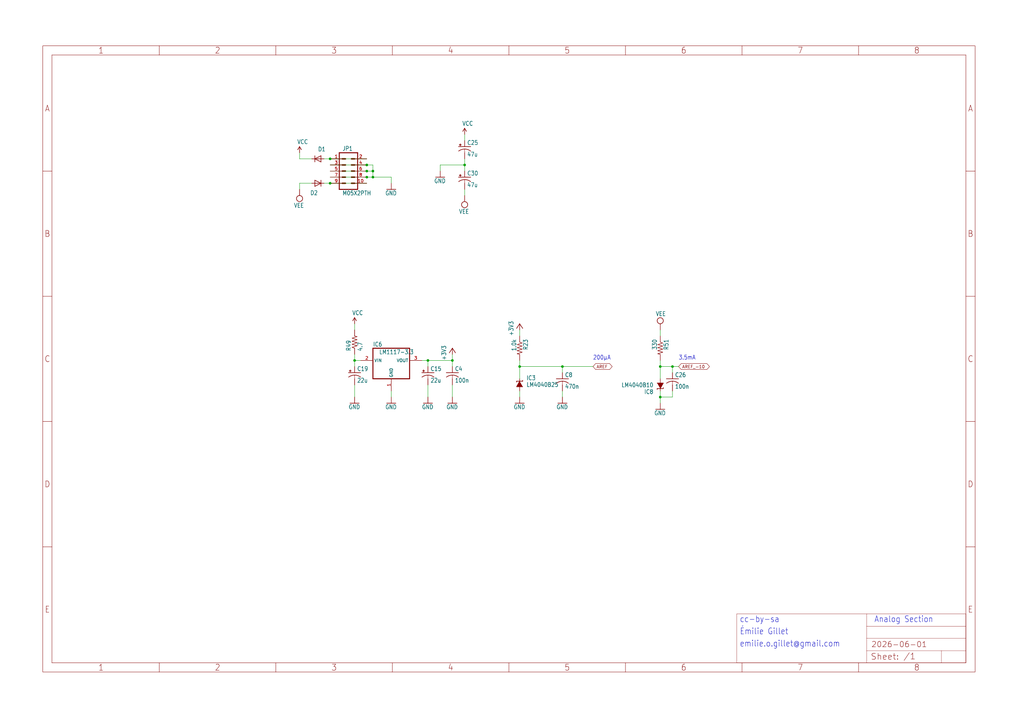
<source format=kicad_sch>
(kicad_sch
	(version 20231120)
	(generator "eeschema")
	(generator_version "8.0")
	(uuid "eaecd43b-bf0f-47fc-a47f-6655956cddd9")
	(paper "User" 425.45 298.602)
	(lib_symbols
		(symbol "braids_v50COPY-eagle-import:+3V3"
			(power)
			(exclude_from_sim no)
			(in_bom yes)
			(on_board yes)
			(property "Reference" "#+3V3"
				(at 0 0 0)
				(effects
					(font
						(size 1.27 1.27)
					)
					(hide yes)
				)
			)
			(property "Value" ""
				(at -2.54 -5.08 90)
				(effects
					(font
						(size 1.778 1.5113)
					)
					(justify left bottom)
				)
			)
			(property "Footprint" ""
				(at 0 0 0)
				(effects
					(font
						(size 1.27 1.27)
					)
					(hide yes)
				)
			)
			(property "Datasheet" ""
				(at 0 0 0)
				(effects
					(font
						(size 1.27 1.27)
					)
					(hide yes)
				)
			)
			(property "Description" "SUPPLY SYMBOL"
				(at 0 0 0)
				(effects
					(font
						(size 1.27 1.27)
					)
					(hide yes)
				)
			)
			(property "ki_locked" ""
				(at 0 0 0)
				(effects
					(font
						(size 1.27 1.27)
					)
				)
			)
			(symbol "+3V3_1_0"
				(polyline
					(pts
						(xy 0 0) (xy -1.27 -1.905)
					)
					(stroke
						(width 0.254)
						(type solid)
					)
					(fill
						(type none)
					)
				)
				(polyline
					(pts
						(xy 1.27 -1.905) (xy 0 0)
					)
					(stroke
						(width 0.254)
						(type solid)
					)
					(fill
						(type none)
					)
				)
				(pin power_in line
					(at 0 -2.54 90)
					(length 2.54)
					(name "+3V3"
						(effects
							(font
								(size 0 0)
							)
						)
					)
					(number "1"
						(effects
							(font
								(size 0 0)
							)
						)
					)
				)
			)
		)
		(symbol "braids_v50COPY-eagle-import:A3L-LOC"
			(exclude_from_sim no)
			(in_bom yes)
			(on_board yes)
			(property "Reference" "#FRAME"
				(at 0 0 0)
				(effects
					(font
						(size 1.27 1.27)
					)
					(hide yes)
				)
			)
			(property "Value" ""
				(at 0 0 0)
				(effects
					(font
						(size 1.27 1.27)
					)
					(hide yes)
				)
			)
			(property "Footprint" ""
				(at 0 0 0)
				(effects
					(font
						(size 1.27 1.27)
					)
					(hide yes)
				)
			)
			(property "Datasheet" ""
				(at 0 0 0)
				(effects
					(font
						(size 1.27 1.27)
					)
					(hide yes)
				)
			)
			(property "Description" "FRAME\n\nDIN A3, landscape with location and doc. field"
				(at 0 0 0)
				(effects
					(font
						(size 1.27 1.27)
					)
					(hide yes)
				)
			)
			(property "ki_locked" ""
				(at 0 0 0)
				(effects
					(font
						(size 1.27 1.27)
					)
				)
			)
			(symbol "A3L-LOC_1_0"
				(polyline
					(pts
						(xy 0 52.07) (xy 3.81 52.07)
					)
					(stroke
						(width 0)
						(type default)
					)
					(fill
						(type none)
					)
				)
				(polyline
					(pts
						(xy 0 104.14) (xy 3.81 104.14)
					)
					(stroke
						(width 0)
						(type default)
					)
					(fill
						(type none)
					)
				)
				(polyline
					(pts
						(xy 0 156.21) (xy 3.81 156.21)
					)
					(stroke
						(width 0)
						(type default)
					)
					(fill
						(type none)
					)
				)
				(polyline
					(pts
						(xy 0 208.28) (xy 3.81 208.28)
					)
					(stroke
						(width 0)
						(type default)
					)
					(fill
						(type none)
					)
				)
				(polyline
					(pts
						(xy 3.81 3.81) (xy 3.81 256.54)
					)
					(stroke
						(width 0)
						(type default)
					)
					(fill
						(type none)
					)
				)
				(polyline
					(pts
						(xy 48.4188 0) (xy 48.4188 3.81)
					)
					(stroke
						(width 0)
						(type default)
					)
					(fill
						(type none)
					)
				)
				(polyline
					(pts
						(xy 48.4188 256.54) (xy 48.4188 260.35)
					)
					(stroke
						(width 0)
						(type default)
					)
					(fill
						(type none)
					)
				)
				(polyline
					(pts
						(xy 96.8375 0) (xy 96.8375 3.81)
					)
					(stroke
						(width 0)
						(type default)
					)
					(fill
						(type none)
					)
				)
				(polyline
					(pts
						(xy 96.8375 256.54) (xy 96.8375 260.35)
					)
					(stroke
						(width 0)
						(type default)
					)
					(fill
						(type none)
					)
				)
				(polyline
					(pts
						(xy 145.2563 0) (xy 145.2563 3.81)
					)
					(stroke
						(width 0)
						(type default)
					)
					(fill
						(type none)
					)
				)
				(polyline
					(pts
						(xy 145.2563 256.54) (xy 145.2563 260.35)
					)
					(stroke
						(width 0)
						(type default)
					)
					(fill
						(type none)
					)
				)
				(polyline
					(pts
						(xy 193.675 0) (xy 193.675 3.81)
					)
					(stroke
						(width 0)
						(type default)
					)
					(fill
						(type none)
					)
				)
				(polyline
					(pts
						(xy 193.675 256.54) (xy 193.675 260.35)
					)
					(stroke
						(width 0)
						(type default)
					)
					(fill
						(type none)
					)
				)
				(polyline
					(pts
						(xy 242.0938 0) (xy 242.0938 3.81)
					)
					(stroke
						(width 0)
						(type default)
					)
					(fill
						(type none)
					)
				)
				(polyline
					(pts
						(xy 242.0938 256.54) (xy 242.0938 260.35)
					)
					(stroke
						(width 0)
						(type default)
					)
					(fill
						(type none)
					)
				)
				(polyline
					(pts
						(xy 288.29 3.81) (xy 288.29 24.13)
					)
					(stroke
						(width 0.1016)
						(type solid)
					)
					(fill
						(type none)
					)
				)
				(polyline
					(pts
						(xy 288.29 3.81) (xy 342.265 3.81)
					)
					(stroke
						(width 0.1016)
						(type solid)
					)
					(fill
						(type none)
					)
				)
				(polyline
					(pts
						(xy 288.29 24.13) (xy 342.265 24.13)
					)
					(stroke
						(width 0.1016)
						(type solid)
					)
					(fill
						(type none)
					)
				)
				(polyline
					(pts
						(xy 290.5125 0) (xy 290.5125 3.81)
					)
					(stroke
						(width 0)
						(type default)
					)
					(fill
						(type none)
					)
				)
				(polyline
					(pts
						(xy 290.5125 256.54) (xy 290.5125 260.35)
					)
					(stroke
						(width 0)
						(type default)
					)
					(fill
						(type none)
					)
				)
				(polyline
					(pts
						(xy 338.9313 0) (xy 338.9313 3.81)
					)
					(stroke
						(width 0)
						(type default)
					)
					(fill
						(type none)
					)
				)
				(polyline
					(pts
						(xy 338.9313 256.54) (xy 338.9313 260.35)
					)
					(stroke
						(width 0)
						(type default)
					)
					(fill
						(type none)
					)
				)
				(polyline
					(pts
						(xy 342.265 3.81) (xy 373.38 3.81)
					)
					(stroke
						(width 0.1016)
						(type solid)
					)
					(fill
						(type none)
					)
				)
				(polyline
					(pts
						(xy 342.265 8.89) (xy 342.265 3.81)
					)
					(stroke
						(width 0.1016)
						(type solid)
					)
					(fill
						(type none)
					)
				)
				(polyline
					(pts
						(xy 342.265 8.89) (xy 342.265 13.97)
					)
					(stroke
						(width 0.1016)
						(type solid)
					)
					(fill
						(type none)
					)
				)
				(polyline
					(pts
						(xy 342.265 13.97) (xy 342.265 19.05)
					)
					(stroke
						(width 0.1016)
						(type solid)
					)
					(fill
						(type none)
					)
				)
				(polyline
					(pts
						(xy 342.265 13.97) (xy 383.54 13.97)
					)
					(stroke
						(width 0.1016)
						(type solid)
					)
					(fill
						(type none)
					)
				)
				(polyline
					(pts
						(xy 342.265 19.05) (xy 342.265 24.13)
					)
					(stroke
						(width 0.1016)
						(type solid)
					)
					(fill
						(type none)
					)
				)
				(polyline
					(pts
						(xy 342.265 19.05) (xy 383.54 19.05)
					)
					(stroke
						(width 0.1016)
						(type solid)
					)
					(fill
						(type none)
					)
				)
				(polyline
					(pts
						(xy 342.265 24.13) (xy 383.54 24.13)
					)
					(stroke
						(width 0.1016)
						(type solid)
					)
					(fill
						(type none)
					)
				)
				(polyline
					(pts
						(xy 373.38 3.81) (xy 373.38 8.89)
					)
					(stroke
						(width 0.1016)
						(type solid)
					)
					(fill
						(type none)
					)
				)
				(polyline
					(pts
						(xy 373.38 3.81) (xy 383.54 3.81)
					)
					(stroke
						(width 0.1016)
						(type solid)
					)
					(fill
						(type none)
					)
				)
				(polyline
					(pts
						(xy 373.38 8.89) (xy 342.265 8.89)
					)
					(stroke
						(width 0.1016)
						(type solid)
					)
					(fill
						(type none)
					)
				)
				(polyline
					(pts
						(xy 373.38 8.89) (xy 383.54 8.89)
					)
					(stroke
						(width 0.1016)
						(type solid)
					)
					(fill
						(type none)
					)
				)
				(polyline
					(pts
						(xy 383.54 3.81) (xy 3.81 3.81)
					)
					(stroke
						(width 0)
						(type default)
					)
					(fill
						(type none)
					)
				)
				(polyline
					(pts
						(xy 383.54 3.81) (xy 383.54 8.89)
					)
					(stroke
						(width 0.1016)
						(type solid)
					)
					(fill
						(type none)
					)
				)
				(polyline
					(pts
						(xy 383.54 3.81) (xy 383.54 256.54)
					)
					(stroke
						(width 0)
						(type default)
					)
					(fill
						(type none)
					)
				)
				(polyline
					(pts
						(xy 383.54 8.89) (xy 383.54 13.97)
					)
					(stroke
						(width 0.1016)
						(type solid)
					)
					(fill
						(type none)
					)
				)
				(polyline
					(pts
						(xy 383.54 13.97) (xy 383.54 19.05)
					)
					(stroke
						(width 0.1016)
						(type solid)
					)
					(fill
						(type none)
					)
				)
				(polyline
					(pts
						(xy 383.54 19.05) (xy 383.54 24.13)
					)
					(stroke
						(width 0.1016)
						(type solid)
					)
					(fill
						(type none)
					)
				)
				(polyline
					(pts
						(xy 383.54 52.07) (xy 387.35 52.07)
					)
					(stroke
						(width 0)
						(type default)
					)
					(fill
						(type none)
					)
				)
				(polyline
					(pts
						(xy 383.54 104.14) (xy 387.35 104.14)
					)
					(stroke
						(width 0)
						(type default)
					)
					(fill
						(type none)
					)
				)
				(polyline
					(pts
						(xy 383.54 156.21) (xy 387.35 156.21)
					)
					(stroke
						(width 0)
						(type default)
					)
					(fill
						(type none)
					)
				)
				(polyline
					(pts
						(xy 383.54 208.28) (xy 387.35 208.28)
					)
					(stroke
						(width 0)
						(type default)
					)
					(fill
						(type none)
					)
				)
				(polyline
					(pts
						(xy 383.54 256.54) (xy 3.81 256.54)
					)
					(stroke
						(width 0)
						(type default)
					)
					(fill
						(type none)
					)
				)
				(polyline
					(pts
						(xy 0 0) (xy 387.35 0) (xy 387.35 260.35) (xy 0 260.35) (xy 0 0)
					)
					(stroke
						(width 0)
						(type default)
					)
					(fill
						(type none)
					)
				)
				(text "${#}/${##}"
					(at 357.505 5.08 0)
					(effects
						(font
							(size 2.54 2.54)
						)
						(justify left bottom)
					)
				)
				(text "${CURRENT_DATE}"
					(at 344.17 10.16 0)
					(effects
						(font
							(size 2.286 2.286)
						)
						(justify left bottom)
					)
				)
				(text "${PROJECTNAME}"
					(at 344.17 15.24 0)
					(effects
						(font
							(size 2.54 2.54)
						)
						(justify left bottom)
					)
				)
				(text "1"
					(at 24.2094 1.905 0)
					(effects
						(font
							(size 2.54 2.286)
						)
					)
				)
				(text "1"
					(at 24.2094 258.445 0)
					(effects
						(font
							(size 2.54 2.286)
						)
					)
				)
				(text "2"
					(at 72.6281 1.905 0)
					(effects
						(font
							(size 2.54 2.286)
						)
					)
				)
				(text "2"
					(at 72.6281 258.445 0)
					(effects
						(font
							(size 2.54 2.286)
						)
					)
				)
				(text "3"
					(at 121.0469 1.905 0)
					(effects
						(font
							(size 2.54 2.286)
						)
					)
				)
				(text "3"
					(at 121.0469 258.445 0)
					(effects
						(font
							(size 2.54 2.286)
						)
					)
				)
				(text "4"
					(at 169.4656 1.905 0)
					(effects
						(font
							(size 2.54 2.286)
						)
					)
				)
				(text "4"
					(at 169.4656 258.445 0)
					(effects
						(font
							(size 2.54 2.286)
						)
					)
				)
				(text "5"
					(at 217.8844 1.905 0)
					(effects
						(font
							(size 2.54 2.286)
						)
					)
				)
				(text "5"
					(at 217.8844 258.445 0)
					(effects
						(font
							(size 2.54 2.286)
						)
					)
				)
				(text "6"
					(at 266.3031 1.905 0)
					(effects
						(font
							(size 2.54 2.286)
						)
					)
				)
				(text "6"
					(at 266.3031 258.445 0)
					(effects
						(font
							(size 2.54 2.286)
						)
					)
				)
				(text "7"
					(at 314.7219 1.905 0)
					(effects
						(font
							(size 2.54 2.286)
						)
					)
				)
				(text "7"
					(at 314.7219 258.445 0)
					(effects
						(font
							(size 2.54 2.286)
						)
					)
				)
				(text "8"
					(at 363.1406 1.905 0)
					(effects
						(font
							(size 2.54 2.286)
						)
					)
				)
				(text "8"
					(at 363.1406 258.445 0)
					(effects
						(font
							(size 2.54 2.286)
						)
					)
				)
				(text "A"
					(at 1.905 234.315 0)
					(effects
						(font
							(size 2.54 2.286)
						)
					)
				)
				(text "A"
					(at 385.445 234.315 0)
					(effects
						(font
							(size 2.54 2.286)
						)
					)
				)
				(text "B"
					(at 1.905 182.245 0)
					(effects
						(font
							(size 2.54 2.286)
						)
					)
				)
				(text "B"
					(at 385.445 182.245 0)
					(effects
						(font
							(size 2.54 2.286)
						)
					)
				)
				(text "C"
					(at 1.905 130.175 0)
					(effects
						(font
							(size 2.54 2.286)
						)
					)
				)
				(text "C"
					(at 385.445 130.175 0)
					(effects
						(font
							(size 2.54 2.286)
						)
					)
				)
				(text "D"
					(at 1.905 78.105 0)
					(effects
						(font
							(size 2.54 2.286)
						)
					)
				)
				(text "D"
					(at 385.445 78.105 0)
					(effects
						(font
							(size 2.54 2.286)
						)
					)
				)
				(text "E"
					(at 1.905 26.035 0)
					(effects
						(font
							(size 2.54 2.286)
						)
					)
				)
				(text "E"
					(at 385.445 26.035 0)
					(effects
						(font
							(size 2.54 2.286)
						)
					)
				)
				(text "Sheet:"
					(at 343.916 4.953 0)
					(effects
						(font
							(size 2.54 2.54)
						)
						(justify left bottom)
					)
				)
			)
		)
		(symbol "braids_v50COPY-eagle-import:C-USC0603"
			(exclude_from_sim no)
			(in_bom yes)
			(on_board yes)
			(property "Reference" "C"
				(at 1.016 0.635 0)
				(effects
					(font
						(size 1.778 1.5113)
					)
					(justify left bottom)
				)
			)
			(property "Value" ""
				(at 1.016 -4.191 0)
				(effects
					(font
						(size 1.778 1.5113)
					)
					(justify left bottom)
				)
			)
			(property "Footprint" "braids_v50COPY:C0603"
				(at 0 0 0)
				(effects
					(font
						(size 1.27 1.27)
					)
					(hide yes)
				)
			)
			(property "Datasheet" ""
				(at 0 0 0)
				(effects
					(font
						(size 1.27 1.27)
					)
					(hide yes)
				)
			)
			(property "Description" "CAPACITOR, American symbol"
				(at 0 0 0)
				(effects
					(font
						(size 1.27 1.27)
					)
					(hide yes)
				)
			)
			(property "ki_locked" ""
				(at 0 0 0)
				(effects
					(font
						(size 1.27 1.27)
					)
				)
			)
			(symbol "C-USC0603_1_0"
				(arc
					(start 0 -1.0161)
					(mid -1.302 -1.2303)
					(end -2.4668 -1.8504)
					(stroke
						(width 0.254)
						(type solid)
					)
					(fill
						(type none)
					)
				)
				(polyline
					(pts
						(xy -2.54 0) (xy 2.54 0)
					)
					(stroke
						(width 0.254)
						(type solid)
					)
					(fill
						(type none)
					)
				)
				(polyline
					(pts
						(xy 0 -1.016) (xy 0 -2.54)
					)
					(stroke
						(width 0.1524)
						(type solid)
					)
					(fill
						(type none)
					)
				)
				(arc
					(start 2.4892 -1.8541)
					(mid 1.3158 -1.2194)
					(end 0 -1)
					(stroke
						(width 0.254)
						(type solid)
					)
					(fill
						(type none)
					)
				)
				(pin passive line
					(at 0 2.54 270)
					(length 2.54)
					(name "1"
						(effects
							(font
								(size 0 0)
							)
						)
					)
					(number "1"
						(effects
							(font
								(size 0 0)
							)
						)
					)
				)
				(pin passive line
					(at 0 -5.08 90)
					(length 2.54)
					(name "2"
						(effects
							(font
								(size 0 0)
							)
						)
					)
					(number "2"
						(effects
							(font
								(size 0 0)
							)
						)
					)
				)
			)
		)
		(symbol "braids_v50COPY-eagle-import:CPOL-USC"
			(exclude_from_sim no)
			(in_bom yes)
			(on_board yes)
			(property "Reference" "C"
				(at 1.016 0.635 0)
				(effects
					(font
						(size 1.778 1.5113)
					)
					(justify left bottom)
				)
			)
			(property "Value" ""
				(at 1.016 -4.191 0)
				(effects
					(font
						(size 1.778 1.5113)
					)
					(justify left bottom)
				)
			)
			(property "Footprint" "braids_v50COPY:PANASONIC_C"
				(at 0 0 0)
				(effects
					(font
						(size 1.27 1.27)
					)
					(hide yes)
				)
			)
			(property "Datasheet" ""
				(at 0 0 0)
				(effects
					(font
						(size 1.27 1.27)
					)
					(hide yes)
				)
			)
			(property "Description" "POLARIZED CAPACITOR, American symbol"
				(at 0 0 0)
				(effects
					(font
						(size 1.27 1.27)
					)
					(hide yes)
				)
			)
			(property "ki_locked" ""
				(at 0 0 0)
				(effects
					(font
						(size 1.27 1.27)
					)
				)
			)
			(symbol "CPOL-USC_1_0"
				(rectangle
					(start -2.253 0.668)
					(end -1.364 0.795)
					(stroke
						(width 0)
						(type default)
					)
					(fill
						(type outline)
					)
				)
				(rectangle
					(start -1.872 0.287)
					(end -1.745 1.176)
					(stroke
						(width 0)
						(type default)
					)
					(fill
						(type outline)
					)
				)
				(arc
					(start 0 -1.0161)
					(mid -1.3021 -1.2303)
					(end -2.4669 -1.8504)
					(stroke
						(width 0.254)
						(type solid)
					)
					(fill
						(type none)
					)
				)
				(polyline
					(pts
						(xy -2.54 0) (xy 2.54 0)
					)
					(stroke
						(width 0.254)
						(type solid)
					)
					(fill
						(type none)
					)
				)
				(polyline
					(pts
						(xy 0 -1.016) (xy 0 -2.54)
					)
					(stroke
						(width 0.1524)
						(type solid)
					)
					(fill
						(type none)
					)
				)
				(arc
					(start 2.4892 -1.8541)
					(mid 1.3158 -1.2194)
					(end 0 -1)
					(stroke
						(width 0.254)
						(type solid)
					)
					(fill
						(type none)
					)
				)
				(pin passive line
					(at 0 2.54 270)
					(length 2.54)
					(name "+"
						(effects
							(font
								(size 0 0)
							)
						)
					)
					(number "+"
						(effects
							(font
								(size 0 0)
							)
						)
					)
				)
				(pin passive line
					(at 0 -5.08 90)
					(length 2.54)
					(name "-"
						(effects
							(font
								(size 0 0)
							)
						)
					)
					(number "-"
						(effects
							(font
								(size 0 0)
							)
						)
					)
				)
			)
		)
		(symbol "braids_v50COPY-eagle-import:CPOL-USD"
			(exclude_from_sim no)
			(in_bom yes)
			(on_board yes)
			(property "Reference" "C"
				(at 1.016 0.635 0)
				(effects
					(font
						(size 1.778 1.5113)
					)
					(justify left bottom)
				)
			)
			(property "Value" ""
				(at 1.016 -4.191 0)
				(effects
					(font
						(size 1.778 1.5113)
					)
					(justify left bottom)
				)
			)
			(property "Footprint" "braids_v50COPY:PANASONIC_D"
				(at 0 0 0)
				(effects
					(font
						(size 1.27 1.27)
					)
					(hide yes)
				)
			)
			(property "Datasheet" ""
				(at 0 0 0)
				(effects
					(font
						(size 1.27 1.27)
					)
					(hide yes)
				)
			)
			(property "Description" "POLARIZED CAPACITOR, American symbol"
				(at 0 0 0)
				(effects
					(font
						(size 1.27 1.27)
					)
					(hide yes)
				)
			)
			(property "ki_locked" ""
				(at 0 0 0)
				(effects
					(font
						(size 1.27 1.27)
					)
				)
			)
			(symbol "CPOL-USD_1_0"
				(rectangle
					(start -2.253 0.668)
					(end -1.364 0.795)
					(stroke
						(width 0)
						(type default)
					)
					(fill
						(type outline)
					)
				)
				(rectangle
					(start -1.872 0.287)
					(end -1.745 1.176)
					(stroke
						(width 0)
						(type default)
					)
					(fill
						(type outline)
					)
				)
				(arc
					(start 0 -1.0161)
					(mid -1.3021 -1.2303)
					(end -2.4669 -1.8504)
					(stroke
						(width 0.254)
						(type solid)
					)
					(fill
						(type none)
					)
				)
				(polyline
					(pts
						(xy -2.54 0) (xy 2.54 0)
					)
					(stroke
						(width 0.254)
						(type solid)
					)
					(fill
						(type none)
					)
				)
				(polyline
					(pts
						(xy 0 -1.016) (xy 0 -2.54)
					)
					(stroke
						(width 0.1524)
						(type solid)
					)
					(fill
						(type none)
					)
				)
				(arc
					(start 2.4892 -1.8541)
					(mid 1.3158 -1.2194)
					(end 0 -1)
					(stroke
						(width 0.254)
						(type solid)
					)
					(fill
						(type none)
					)
				)
				(pin passive line
					(at 0 2.54 270)
					(length 2.54)
					(name "+"
						(effects
							(font
								(size 0 0)
							)
						)
					)
					(number "+"
						(effects
							(font
								(size 0 0)
							)
						)
					)
				)
				(pin passive line
					(at 0 -5.08 90)
					(length 2.54)
					(name "-"
						(effects
							(font
								(size 0 0)
							)
						)
					)
					(number "-"
						(effects
							(font
								(size 0 0)
							)
						)
					)
				)
			)
		)
		(symbol "braids_v50COPY-eagle-import:DIODE-SOD123"
			(exclude_from_sim no)
			(in_bom yes)
			(on_board yes)
			(property "Reference" "D"
				(at 2.54 0.4826 0)
				(effects
					(font
						(size 1.778 1.5113)
					)
					(justify left bottom)
				)
			)
			(property "Value" ""
				(at 2.54 -2.3114 0)
				(effects
					(font
						(size 1.778 1.5113)
					)
					(justify left bottom)
				)
			)
			(property "Footprint" "braids_v50COPY:SOD123"
				(at 0 0 0)
				(effects
					(font
						(size 1.27 1.27)
					)
					(hide yes)
				)
			)
			(property "Datasheet" ""
				(at 0 0 0)
				(effects
					(font
						(size 1.27 1.27)
					)
					(hide yes)
				)
			)
			(property "Description" "DIODE"
				(at 0 0 0)
				(effects
					(font
						(size 1.27 1.27)
					)
					(hide yes)
				)
			)
			(property "ki_locked" ""
				(at 0 0 0)
				(effects
					(font
						(size 1.27 1.27)
					)
				)
			)
			(symbol "DIODE-SOD123_1_0"
				(polyline
					(pts
						(xy -1.27 -1.27) (xy 1.27 0)
					)
					(stroke
						(width 0.254)
						(type solid)
					)
					(fill
						(type none)
					)
				)
				(polyline
					(pts
						(xy -1.27 1.27) (xy -1.27 -1.27)
					)
					(stroke
						(width 0.254)
						(type solid)
					)
					(fill
						(type none)
					)
				)
				(polyline
					(pts
						(xy 1.27 0) (xy -1.27 1.27)
					)
					(stroke
						(width 0.254)
						(type solid)
					)
					(fill
						(type none)
					)
				)
				(polyline
					(pts
						(xy 1.27 0) (xy 1.27 -1.27)
					)
					(stroke
						(width 0.254)
						(type solid)
					)
					(fill
						(type none)
					)
				)
				(polyline
					(pts
						(xy 1.27 1.27) (xy 1.27 0)
					)
					(stroke
						(width 0.254)
						(type solid)
					)
					(fill
						(type none)
					)
				)
				(pin passive line
					(at -2.54 0 0)
					(length 2.54)
					(name "A"
						(effects
							(font
								(size 0 0)
							)
						)
					)
					(number "A"
						(effects
							(font
								(size 0 0)
							)
						)
					)
				)
				(pin passive line
					(at 2.54 0 180)
					(length 2.54)
					(name "C"
						(effects
							(font
								(size 0 0)
							)
						)
					)
					(number "C"
						(effects
							(font
								(size 0 0)
							)
						)
					)
				)
			)
		)
		(symbol "braids_v50COPY-eagle-import:GND"
			(power)
			(exclude_from_sim no)
			(in_bom yes)
			(on_board yes)
			(property "Reference" "#GND"
				(at 0 0 0)
				(effects
					(font
						(size 1.27 1.27)
					)
					(hide yes)
				)
			)
			(property "Value" ""
				(at -2.54 -2.54 0)
				(effects
					(font
						(size 1.778 1.5113)
					)
					(justify left bottom)
				)
			)
			(property "Footprint" ""
				(at 0 0 0)
				(effects
					(font
						(size 1.27 1.27)
					)
					(hide yes)
				)
			)
			(property "Datasheet" ""
				(at 0 0 0)
				(effects
					(font
						(size 1.27 1.27)
					)
					(hide yes)
				)
			)
			(property "Description" "SUPPLY SYMBOL"
				(at 0 0 0)
				(effects
					(font
						(size 1.27 1.27)
					)
					(hide yes)
				)
			)
			(property "ki_locked" ""
				(at 0 0 0)
				(effects
					(font
						(size 1.27 1.27)
					)
				)
			)
			(symbol "GND_1_0"
				(polyline
					(pts
						(xy -1.905 0) (xy 1.905 0)
					)
					(stroke
						(width 0.254)
						(type solid)
					)
					(fill
						(type none)
					)
				)
				(pin power_in line
					(at 0 2.54 270)
					(length 2.54)
					(name "GND"
						(effects
							(font
								(size 0 0)
							)
						)
					)
					(number "1"
						(effects
							(font
								(size 0 0)
							)
						)
					)
				)
			)
		)
		(symbol "braids_v50COPY-eagle-import:LM4041DBZ"
			(exclude_from_sim no)
			(in_bom yes)
			(on_board yes)
			(property "Reference" "IC"
				(at 2.794 1.905 0)
				(effects
					(font
						(size 1.778 1.5113)
					)
					(justify left bottom)
				)
			)
			(property "Value" ""
				(at 2.794 -0.889 0)
				(effects
					(font
						(size 1.778 1.5113)
					)
					(justify left bottom)
				)
			)
			(property "Footprint" "braids_v50COPY:DBZ_R-PDSO-G3"
				(at 0 0 0)
				(effects
					(font
						(size 1.27 1.27)
					)
					(hide yes)
				)
			)
			(property "Datasheet" ""
				(at 0 0 0)
				(effects
					(font
						(size 1.27 1.27)
					)
					(hide yes)
				)
			)
			(property "Description" "PRECISION MICROPOWER SHUNT VOLTAGE REFERENCE\n\nSource: http://focus.ti.com/lit/ds/slcs146e/slcs146e.pdf"
				(at 0 0 0)
				(effects
					(font
						(size 1.27 1.27)
					)
					(hide yes)
				)
			)
			(property "ki_locked" ""
				(at 0 0 0)
				(effects
					(font
						(size 1.27 1.27)
					)
				)
			)
			(symbol "LM4041DBZ_1_0"
				(polyline
					(pts
						(xy -1.27 1.524) (xy -1.27 1.143)
					)
					(stroke
						(width 0.254)
						(type solid)
					)
					(fill
						(type none)
					)
				)
				(polyline
					(pts
						(xy 0 1.524) (xy -1.27 1.524)
					)
					(stroke
						(width 0.254)
						(type solid)
					)
					(fill
						(type none)
					)
				)
				(polyline
					(pts
						(xy 1.27 1.524) (xy 0 1.524)
					)
					(stroke
						(width 0.254)
						(type solid)
					)
					(fill
						(type none)
					)
				)
				(polyline
					(pts
						(xy 1.27 1.905) (xy 1.27 1.524)
					)
					(stroke
						(width 0.254)
						(type solid)
					)
					(fill
						(type none)
					)
				)
				(polyline
					(pts
						(xy 0 1.524) (xy -1.27 -0.762) (xy 1.27 -0.762)
					)
					(stroke
						(width 0.254)
						(type solid)
					)
					(fill
						(type outline)
					)
				)
				(pin passive line
					(at 0 2.54 270)
					(length 2.54)
					(name "C"
						(effects
							(font
								(size 0 0)
							)
						)
					)
					(number "1"
						(effects
							(font
								(size 0 0)
							)
						)
					)
				)
				(pin passive line
					(at 0 -2.54 90)
					(length 2.54)
					(name "A"
						(effects
							(font
								(size 0 0)
							)
						)
					)
					(number "2"
						(effects
							(font
								(size 0 0)
							)
						)
					)
				)
			)
		)
		(symbol "braids_v50COPY-eagle-import:M05X2PTH"
			(exclude_from_sim no)
			(in_bom yes)
			(on_board yes)
			(property "Reference" "JP"
				(at -2.54 8.382 0)
				(effects
					(font
						(size 1.778 1.5113)
					)
					(justify left bottom)
				)
			)
			(property "Value" ""
				(at -2.54 -10.16 0)
				(effects
					(font
						(size 1.778 1.5113)
					)
					(justify left bottom)
				)
			)
			(property "Footprint" "braids_v50COPY:AVR_ICSP"
				(at 0 0 0)
				(effects
					(font
						(size 1.27 1.27)
					)
					(hide yes)
				)
			)
			(property "Datasheet" ""
				(at 0 0 0)
				(effects
					(font
						(size 1.27 1.27)
					)
					(hide yes)
				)
			)
			(property "Description" "Header 5x2 Standard 10-pin dual row 0.1\" header. Commonly used with AVR-ISP. Use with Spark Fun Electronics SKU: PRT-00778"
				(at 0 0 0)
				(effects
					(font
						(size 1.27 1.27)
					)
					(hide yes)
				)
			)
			(property "ki_locked" ""
				(at 0 0 0)
				(effects
					(font
						(size 1.27 1.27)
					)
				)
			)
			(symbol "M05X2PTH_1_0"
				(polyline
					(pts
						(xy -3.81 7.62) (xy -3.81 -7.62)
					)
					(stroke
						(width 0.4064)
						(type solid)
					)
					(fill
						(type none)
					)
				)
				(polyline
					(pts
						(xy -3.81 7.62) (xy 3.81 7.62)
					)
					(stroke
						(width 0.4064)
						(type solid)
					)
					(fill
						(type none)
					)
				)
				(polyline
					(pts
						(xy -1.27 -5.08) (xy -2.54 -5.08)
					)
					(stroke
						(width 0.6096)
						(type solid)
					)
					(fill
						(type none)
					)
				)
				(polyline
					(pts
						(xy -1.27 -2.54) (xy -2.54 -2.54)
					)
					(stroke
						(width 0.6096)
						(type solid)
					)
					(fill
						(type none)
					)
				)
				(polyline
					(pts
						(xy -1.27 0) (xy -2.54 0)
					)
					(stroke
						(width 0.6096)
						(type solid)
					)
					(fill
						(type none)
					)
				)
				(polyline
					(pts
						(xy -1.27 2.54) (xy -2.54 2.54)
					)
					(stroke
						(width 0.6096)
						(type solid)
					)
					(fill
						(type none)
					)
				)
				(polyline
					(pts
						(xy -1.27 5.08) (xy -2.54 5.08)
					)
					(stroke
						(width 0.6096)
						(type solid)
					)
					(fill
						(type none)
					)
				)
				(polyline
					(pts
						(xy 1.27 -5.08) (xy 2.54 -5.08)
					)
					(stroke
						(width 0.6096)
						(type solid)
					)
					(fill
						(type none)
					)
				)
				(polyline
					(pts
						(xy 1.27 -2.54) (xy 2.54 -2.54)
					)
					(stroke
						(width 0.6096)
						(type solid)
					)
					(fill
						(type none)
					)
				)
				(polyline
					(pts
						(xy 1.27 0) (xy 2.54 0)
					)
					(stroke
						(width 0.6096)
						(type solid)
					)
					(fill
						(type none)
					)
				)
				(polyline
					(pts
						(xy 1.27 2.54) (xy 2.54 2.54)
					)
					(stroke
						(width 0.6096)
						(type solid)
					)
					(fill
						(type none)
					)
				)
				(polyline
					(pts
						(xy 1.27 5.08) (xy 2.54 5.08)
					)
					(stroke
						(width 0.6096)
						(type solid)
					)
					(fill
						(type none)
					)
				)
				(polyline
					(pts
						(xy 3.81 -7.62) (xy -3.81 -7.62)
					)
					(stroke
						(width 0.4064)
						(type solid)
					)
					(fill
						(type none)
					)
				)
				(polyline
					(pts
						(xy 3.81 -7.62) (xy 3.81 7.62)
					)
					(stroke
						(width 0.4064)
						(type solid)
					)
					(fill
						(type none)
					)
				)
				(pin passive line
					(at -7.62 5.08 0)
					(length 5.08)
					(name "1"
						(effects
							(font
								(size 0 0)
							)
						)
					)
					(number "1"
						(effects
							(font
								(size 1.27 1.27)
							)
						)
					)
				)
				(pin passive line
					(at 7.62 -5.08 180)
					(length 5.08)
					(name "10"
						(effects
							(font
								(size 0 0)
							)
						)
					)
					(number "10"
						(effects
							(font
								(size 1.27 1.27)
							)
						)
					)
				)
				(pin passive line
					(at 7.62 5.08 180)
					(length 5.08)
					(name "2"
						(effects
							(font
								(size 0 0)
							)
						)
					)
					(number "2"
						(effects
							(font
								(size 1.27 1.27)
							)
						)
					)
				)
				(pin passive line
					(at -7.62 2.54 0)
					(length 5.08)
					(name "3"
						(effects
							(font
								(size 0 0)
							)
						)
					)
					(number "3"
						(effects
							(font
								(size 1.27 1.27)
							)
						)
					)
				)
				(pin passive line
					(at 7.62 2.54 180)
					(length 5.08)
					(name "4"
						(effects
							(font
								(size 0 0)
							)
						)
					)
					(number "4"
						(effects
							(font
								(size 1.27 1.27)
							)
						)
					)
				)
				(pin passive line
					(at -7.62 0 0)
					(length 5.08)
					(name "5"
						(effects
							(font
								(size 0 0)
							)
						)
					)
					(number "5"
						(effects
							(font
								(size 1.27 1.27)
							)
						)
					)
				)
				(pin passive line
					(at 7.62 0 180)
					(length 5.08)
					(name "6"
						(effects
							(font
								(size 0 0)
							)
						)
					)
					(number "6"
						(effects
							(font
								(size 1.27 1.27)
							)
						)
					)
				)
				(pin passive line
					(at -7.62 -2.54 0)
					(length 5.08)
					(name "7"
						(effects
							(font
								(size 0 0)
							)
						)
					)
					(number "7"
						(effects
							(font
								(size 1.27 1.27)
							)
						)
					)
				)
				(pin passive line
					(at 7.62 -2.54 180)
					(length 5.08)
					(name "8"
						(effects
							(font
								(size 0 0)
							)
						)
					)
					(number "8"
						(effects
							(font
								(size 1.27 1.27)
							)
						)
					)
				)
				(pin passive line
					(at -7.62 -5.08 0)
					(length 5.08)
					(name "9"
						(effects
							(font
								(size 0 0)
							)
						)
					)
					(number "9"
						(effects
							(font
								(size 1.27 1.27)
							)
						)
					)
				)
			)
		)
		(symbol "braids_v50COPY-eagle-import:R-US_R0603"
			(exclude_from_sim no)
			(in_bom yes)
			(on_board yes)
			(property "Reference" "R"
				(at -3.81 1.4986 0)
				(effects
					(font
						(size 1.778 1.5113)
					)
					(justify left bottom)
				)
			)
			(property "Value" ""
				(at -3.81 -3.302 0)
				(effects
					(font
						(size 1.778 1.5113)
					)
					(justify left bottom)
				)
			)
			(property "Footprint" "braids_v50COPY:R0603"
				(at 0 0 0)
				(effects
					(font
						(size 1.27 1.27)
					)
					(hide yes)
				)
			)
			(property "Datasheet" ""
				(at 0 0 0)
				(effects
					(font
						(size 1.27 1.27)
					)
					(hide yes)
				)
			)
			(property "Description" "RESISTOR, American symbol"
				(at 0 0 0)
				(effects
					(font
						(size 1.27 1.27)
					)
					(hide yes)
				)
			)
			(property "ki_locked" ""
				(at 0 0 0)
				(effects
					(font
						(size 1.27 1.27)
					)
				)
			)
			(symbol "R-US_R0603_1_0"
				(polyline
					(pts
						(xy -2.54 0) (xy -2.159 1.016)
					)
					(stroke
						(width 0.2032)
						(type solid)
					)
					(fill
						(type none)
					)
				)
				(polyline
					(pts
						(xy -2.159 1.016) (xy -1.524 -1.016)
					)
					(stroke
						(width 0.2032)
						(type solid)
					)
					(fill
						(type none)
					)
				)
				(polyline
					(pts
						(xy -1.524 -1.016) (xy -0.889 1.016)
					)
					(stroke
						(width 0.2032)
						(type solid)
					)
					(fill
						(type none)
					)
				)
				(polyline
					(pts
						(xy -0.889 1.016) (xy -0.254 -1.016)
					)
					(stroke
						(width 0.2032)
						(type solid)
					)
					(fill
						(type none)
					)
				)
				(polyline
					(pts
						(xy -0.254 -1.016) (xy 0.381 1.016)
					)
					(stroke
						(width 0.2032)
						(type solid)
					)
					(fill
						(type none)
					)
				)
				(polyline
					(pts
						(xy 0.381 1.016) (xy 1.016 -1.016)
					)
					(stroke
						(width 0.2032)
						(type solid)
					)
					(fill
						(type none)
					)
				)
				(polyline
					(pts
						(xy 1.016 -1.016) (xy 1.651 1.016)
					)
					(stroke
						(width 0.2032)
						(type solid)
					)
					(fill
						(type none)
					)
				)
				(polyline
					(pts
						(xy 1.651 1.016) (xy 2.286 -1.016)
					)
					(stroke
						(width 0.2032)
						(type solid)
					)
					(fill
						(type none)
					)
				)
				(polyline
					(pts
						(xy 2.286 -1.016) (xy 2.54 0)
					)
					(stroke
						(width 0.2032)
						(type solid)
					)
					(fill
						(type none)
					)
				)
				(pin passive line
					(at -5.08 0 0)
					(length 2.54)
					(name "1"
						(effects
							(font
								(size 0 0)
							)
						)
					)
					(number "1"
						(effects
							(font
								(size 0 0)
							)
						)
					)
				)
				(pin passive line
					(at 5.08 0 180)
					(length 2.54)
					(name "2"
						(effects
							(font
								(size 0 0)
							)
						)
					)
					(number "2"
						(effects
							(font
								(size 0 0)
							)
						)
					)
				)
			)
		)
		(symbol "braids_v50COPY-eagle-import:R-US_R1206"
			(exclude_from_sim no)
			(in_bom yes)
			(on_board yes)
			(property "Reference" "R"
				(at -3.81 1.4986 0)
				(effects
					(font
						(size 1.778 1.5113)
					)
					(justify left bottom)
				)
			)
			(property "Value" ""
				(at -3.81 -3.302 0)
				(effects
					(font
						(size 1.778 1.5113)
					)
					(justify left bottom)
				)
			)
			(property "Footprint" "braids_v50COPY:R1206"
				(at 0 0 0)
				(effects
					(font
						(size 1.27 1.27)
					)
					(hide yes)
				)
			)
			(property "Datasheet" ""
				(at 0 0 0)
				(effects
					(font
						(size 1.27 1.27)
					)
					(hide yes)
				)
			)
			(property "Description" "RESISTOR, American symbol"
				(at 0 0 0)
				(effects
					(font
						(size 1.27 1.27)
					)
					(hide yes)
				)
			)
			(property "ki_locked" ""
				(at 0 0 0)
				(effects
					(font
						(size 1.27 1.27)
					)
				)
			)
			(symbol "R-US_R1206_1_0"
				(polyline
					(pts
						(xy -2.54 0) (xy -2.159 1.016)
					)
					(stroke
						(width 0.2032)
						(type solid)
					)
					(fill
						(type none)
					)
				)
				(polyline
					(pts
						(xy -2.159 1.016) (xy -1.524 -1.016)
					)
					(stroke
						(width 0.2032)
						(type solid)
					)
					(fill
						(type none)
					)
				)
				(polyline
					(pts
						(xy -1.524 -1.016) (xy -0.889 1.016)
					)
					(stroke
						(width 0.2032)
						(type solid)
					)
					(fill
						(type none)
					)
				)
				(polyline
					(pts
						(xy -0.889 1.016) (xy -0.254 -1.016)
					)
					(stroke
						(width 0.2032)
						(type solid)
					)
					(fill
						(type none)
					)
				)
				(polyline
					(pts
						(xy -0.254 -1.016) (xy 0.381 1.016)
					)
					(stroke
						(width 0.2032)
						(type solid)
					)
					(fill
						(type none)
					)
				)
				(polyline
					(pts
						(xy 0.381 1.016) (xy 1.016 -1.016)
					)
					(stroke
						(width 0.2032)
						(type solid)
					)
					(fill
						(type none)
					)
				)
				(polyline
					(pts
						(xy 1.016 -1.016) (xy 1.651 1.016)
					)
					(stroke
						(width 0.2032)
						(type solid)
					)
					(fill
						(type none)
					)
				)
				(polyline
					(pts
						(xy 1.651 1.016) (xy 2.286 -1.016)
					)
					(stroke
						(width 0.2032)
						(type solid)
					)
					(fill
						(type none)
					)
				)
				(polyline
					(pts
						(xy 2.286 -1.016) (xy 2.54 0)
					)
					(stroke
						(width 0.2032)
						(type solid)
					)
					(fill
						(type none)
					)
				)
				(pin passive line
					(at -5.08 0 0)
					(length 2.54)
					(name "1"
						(effects
							(font
								(size 0 0)
							)
						)
					)
					(number "1"
						(effects
							(font
								(size 0 0)
							)
						)
					)
				)
				(pin passive line
					(at 5.08 0 180)
					(length 2.54)
					(name "2"
						(effects
							(font
								(size 0 0)
							)
						)
					)
					(number "2"
						(effects
							(font
								(size 0 0)
							)
						)
					)
				)
			)
		)
		(symbol "braids_v50COPY-eagle-import:REG1117T"
			(exclude_from_sim no)
			(in_bom yes)
			(on_board yes)
			(property "Reference" "IC"
				(at -7.62 5.715 0)
				(effects
					(font
						(size 1.778 1.5113)
					)
					(justify left bottom)
				)
			)
			(property "Value" ""
				(at -5.08 2.54 0)
				(effects
					(font
						(size 1.778 1.5113)
					)
					(justify left bottom)
				)
			)
			(property "Footprint" "braids_v50COPY:TO252"
				(at 0 0 0)
				(effects
					(font
						(size 1.27 1.27)
					)
					(hide yes)
				)
			)
			(property "Datasheet" ""
				(at 0 0 0)
				(effects
					(font
						(size 1.27 1.27)
					)
					(hide yes)
				)
			)
			(property "Description" "800mA and 1A Low Dropout (LDO) Positive Regulator\n\n1.8V, 2.5V, 2.85V, 3.3V, 5V, and Adj"
				(at 0 0 0)
				(effects
					(font
						(size 1.27 1.27)
					)
					(hide yes)
				)
			)
			(property "ki_locked" ""
				(at 0 0 0)
				(effects
					(font
						(size 1.27 1.27)
					)
				)
			)
			(symbol "REG1117T_1_0"
				(polyline
					(pts
						(xy -7.62 -7.62) (xy 7.62 -7.62)
					)
					(stroke
						(width 0.4064)
						(type solid)
					)
					(fill
						(type none)
					)
				)
				(polyline
					(pts
						(xy -7.62 5.08) (xy -7.62 -7.62)
					)
					(stroke
						(width 0.4064)
						(type solid)
					)
					(fill
						(type none)
					)
				)
				(polyline
					(pts
						(xy 7.62 -7.62) (xy 7.62 5.08)
					)
					(stroke
						(width 0.4064)
						(type solid)
					)
					(fill
						(type none)
					)
				)
				(polyline
					(pts
						(xy 7.62 5.08) (xy -7.62 5.08)
					)
					(stroke
						(width 0.4064)
						(type solid)
					)
					(fill
						(type none)
					)
				)
				(pin power_in line
					(at 0 -12.7 90)
					(length 5.08)
					(name "GND"
						(effects
							(font
								(size 1.27 1.27)
							)
						)
					)
					(number "1"
						(effects
							(font
								(size 1.27 1.27)
							)
						)
					)
				)
				(pin input line
					(at -12.7 0 0)
					(length 5.08)
					(name "VIN"
						(effects
							(font
								(size 1.27 1.27)
							)
						)
					)
					(number "2"
						(effects
							(font
								(size 1.27 1.27)
							)
						)
					)
				)
				(pin output line
					(at 12.7 0 180)
					(length 5.08)
					(name "VOUT"
						(effects
							(font
								(size 1.27 1.27)
							)
						)
					)
					(number "3"
						(effects
							(font
								(size 1.27 1.27)
							)
						)
					)
				)
			)
		)
		(symbol "braids_v50COPY-eagle-import:VCC"
			(power)
			(exclude_from_sim no)
			(in_bom yes)
			(on_board yes)
			(property "Reference" "#P+"
				(at 0 0 0)
				(effects
					(font
						(size 1.27 1.27)
					)
					(hide yes)
				)
			)
			(property "Value" ""
				(at -1.016 3.556 0)
				(effects
					(font
						(size 1.778 1.5113)
					)
					(justify left bottom)
				)
			)
			(property "Footprint" ""
				(at 0 0 0)
				(effects
					(font
						(size 1.27 1.27)
					)
					(hide yes)
				)
			)
			(property "Datasheet" ""
				(at 0 0 0)
				(effects
					(font
						(size 1.27 1.27)
					)
					(hide yes)
				)
			)
			(property "Description" "SUPPLY SYMBOL"
				(at 0 0 0)
				(effects
					(font
						(size 1.27 1.27)
					)
					(hide yes)
				)
			)
			(property "ki_locked" ""
				(at 0 0 0)
				(effects
					(font
						(size 1.27 1.27)
					)
				)
			)
			(symbol "VCC_1_0"
				(polyline
					(pts
						(xy 0 2.54) (xy -0.762 1.27)
					)
					(stroke
						(width 0.254)
						(type solid)
					)
					(fill
						(type none)
					)
				)
				(polyline
					(pts
						(xy 0.762 1.27) (xy 0 2.54)
					)
					(stroke
						(width 0.254)
						(type solid)
					)
					(fill
						(type none)
					)
				)
				(pin power_in line
					(at 0 0 90)
					(length 2.54)
					(name "VCC"
						(effects
							(font
								(size 0 0)
							)
						)
					)
					(number "1"
						(effects
							(font
								(size 0 0)
							)
						)
					)
				)
			)
		)
		(symbol "braids_v50COPY-eagle-import:VEE"
			(power)
			(exclude_from_sim no)
			(in_bom yes)
			(on_board yes)
			(property "Reference" "#SUPPLY"
				(at 0 0 0)
				(effects
					(font
						(size 1.27 1.27)
					)
					(hide yes)
				)
			)
			(property "Value" ""
				(at -1.905 3.175 0)
				(effects
					(font
						(size 1.778 1.5113)
					)
					(justify left bottom)
				)
			)
			(property "Footprint" ""
				(at 0 0 0)
				(effects
					(font
						(size 1.27 1.27)
					)
					(hide yes)
				)
			)
			(property "Datasheet" ""
				(at 0 0 0)
				(effects
					(font
						(size 1.27 1.27)
					)
					(hide yes)
				)
			)
			(property "Description" "SUPPLY SYMBOL"
				(at 0 0 0)
				(effects
					(font
						(size 1.27 1.27)
					)
					(hide yes)
				)
			)
			(property "ki_locked" ""
				(at 0 0 0)
				(effects
					(font
						(size 1.27 1.27)
					)
				)
			)
			(symbol "VEE_1_0"
				(circle
					(center 0 1.27)
					(radius 1.27)
					(stroke
						(width 0.254)
						(type solid)
					)
					(fill
						(type none)
					)
				)
				(pin power_in line
					(at 0 -2.54 90)
					(length 2.54)
					(name "VEE"
						(effects
							(font
								(size 0 0)
							)
						)
					)
					(number "1"
						(effects
							(font
								(size 0 0)
							)
						)
					)
				)
			)
		)
	)
	(junction
		(at 279.4 152.4)
		(diameter 0)
		(color 0 0 0 0)
		(uuid "05a7dcb9-a2e5-4730-9a33-eb0d69000eb4")
	)
	(junction
		(at 152.4 71.12)
		(diameter 0)
		(color 0 0 0 0)
		(uuid "19e45021-f383-4020-a45d-c1ccb08c5993")
	)
	(junction
		(at 215.9 152.4)
		(diameter 0)
		(color 0 0 0 0)
		(uuid "1b3f8a7c-a64e-4104-9c34-feee116b4276")
	)
	(junction
		(at 233.68 152.4)
		(diameter 0)
		(color 0 0 0 0)
		(uuid "1dc9cf4b-67f8-4190-b7a6-f1b97a234c81")
	)
	(junction
		(at 274.32 152.4)
		(diameter 0)
		(color 0 0 0 0)
		(uuid "2bb21bb0-2bef-47e4-b928-5763a0426536")
	)
	(junction
		(at 152.4 68.58)
		(diameter 0)
		(color 0 0 0 0)
		(uuid "3b22b9d2-e7d6-4cfe-a483-cbe411ad72b3")
	)
	(junction
		(at 154.94 71.12)
		(diameter 0)
		(color 0 0 0 0)
		(uuid "47803650-4c52-4fc4-a7c8-5f67c61acc46")
	)
	(junction
		(at 152.4 73.66)
		(diameter 0)
		(color 0 0 0 0)
		(uuid "6e65559e-de40-483c-9c00-e0a8a65b133e")
	)
	(junction
		(at 177.8 149.86)
		(diameter 0)
		(color 0 0 0 0)
		(uuid "72027ccb-84a6-4432-bb56-0013efdf7623")
	)
	(junction
		(at 147.32 149.86)
		(diameter 0)
		(color 0 0 0 0)
		(uuid "bd4e9efc-0c6a-47a6-a3ff-afdd99006e90")
	)
	(junction
		(at 187.96 149.86)
		(diameter 0)
		(color 0 0 0 0)
		(uuid "c1758b70-b3c7-4916-80b0-6db7525fc373")
	)
	(junction
		(at 137.16 76.2)
		(diameter 0)
		(color 0 0 0 0)
		(uuid "d8cb2d99-dde3-492a-96b6-849f1f65c260")
	)
	(junction
		(at 274.32 165.1)
		(diameter 0)
		(color 0 0 0 0)
		(uuid "dd195537-ef98-4630-a95a-f9bdb802787c")
	)
	(junction
		(at 193.04 68.58)
		(diameter 0)
		(color 0 0 0 0)
		(uuid "e3891c81-3d28-4a9d-a47e-7cc4fb2204b4")
	)
	(junction
		(at 137.16 66.04)
		(diameter 0)
		(color 0 0 0 0)
		(uuid "e7607500-7ab1-45df-9666-981168ecfa42")
	)
	(junction
		(at 154.94 73.66)
		(diameter 0)
		(color 0 0 0 0)
		(uuid "fb7089f4-c9f5-485e-be53-14b2f940cf4d")
	)
	(wire
		(pts
			(xy 193.04 78.74) (xy 193.04 81.28)
		)
		(stroke
			(width 0.1524)
			(type solid)
		)
		(uuid "0785e53b-8122-45c5-86f3-63767374488f")
	)
	(wire
		(pts
			(xy 162.56 162.56) (xy 162.56 165.1)
		)
		(stroke
			(width 0.1524)
			(type solid)
		)
		(uuid "0b3d0a00-514b-4922-aaa5-f31e8e9b0ec8")
	)
	(wire
		(pts
			(xy 215.9 137.16) (xy 215.9 139.7)
		)
		(stroke
			(width 0.1524)
			(type solid)
		)
		(uuid "0c54282e-cff8-4cc5-9d04-76c1ed5cabb6")
	)
	(wire
		(pts
			(xy 147.32 134.62) (xy 147.32 137.16)
		)
		(stroke
			(width 0.1524)
			(type solid)
		)
		(uuid "16874a7b-51ac-4361-b5ee-1dc6ec3425c3")
	)
	(wire
		(pts
			(xy 233.68 154.94) (xy 233.68 152.4)
		)
		(stroke
			(width 0.1524)
			(type solid)
		)
		(uuid "1c275547-bc1e-4fd1-a716-bd4ef9825d68")
	)
	(wire
		(pts
			(xy 274.32 157.48) (xy 274.32 152.4)
		)
		(stroke
			(width 0.1524)
			(type solid)
		)
		(uuid "1d6503ff-040a-4698-8cff-8ef2e5a49aea")
	)
	(wire
		(pts
			(xy 279.4 152.4) (xy 281.94 152.4)
		)
		(stroke
			(width 0.1524)
			(type solid)
		)
		(uuid "295d773e-e6ec-41a5-9ba8-03d41e7223a1")
	)
	(wire
		(pts
			(xy 147.32 149.86) (xy 147.32 152.4)
		)
		(stroke
			(width 0.1524)
			(type solid)
		)
		(uuid "3faa6992-b80f-47a8-84ec-d98261836589")
	)
	(wire
		(pts
			(xy 152.4 71.12) (xy 137.16 71.12)
		)
		(stroke
			(width 0.1524)
			(type solid)
		)
		(uuid "4368d4c4-de8c-43ff-ab99-ff0c5846ebc1")
	)
	(wire
		(pts
			(xy 137.16 76.2) (xy 152.4 76.2)
		)
		(stroke
			(width 0.1524)
			(type solid)
		)
		(uuid "465eacf6-6a78-483a-a20f-ee6448d35de1")
	)
	(wire
		(pts
			(xy 154.94 71.12) (xy 154.94 73.66)
		)
		(stroke
			(width 0.1524)
			(type solid)
		)
		(uuid "47ef12bb-0018-4c35-81eb-1a73aafd0e28")
	)
	(wire
		(pts
			(xy 152.4 68.58) (xy 154.94 68.58)
		)
		(stroke
			(width 0.1524)
			(type solid)
		)
		(uuid "489112bc-5f82-4d49-97d6-85d877844e80")
	)
	(wire
		(pts
			(xy 177.8 152.4) (xy 177.8 149.86)
		)
		(stroke
			(width 0.1524)
			(type solid)
		)
		(uuid "4a9059ed-73d4-4bac-9ce5-51113c0085f0")
	)
	(wire
		(pts
			(xy 175.26 149.86) (xy 177.8 149.86)
		)
		(stroke
			(width 0.1524)
			(type solid)
		)
		(uuid "54fff7df-8c99-4ef2-ae51-b270153c0984")
	)
	(wire
		(pts
			(xy 177.8 160.02) (xy 177.8 165.1)
		)
		(stroke
			(width 0.1524)
			(type solid)
		)
		(uuid "6108565d-4263-4b38-99a8-d700d9e561db")
	)
	(wire
		(pts
			(xy 137.16 73.66) (xy 152.4 73.66)
		)
		(stroke
			(width 0.1524)
			(type solid)
		)
		(uuid "629b0f41-e153-40e1-bb31-7e90a43eb748")
	)
	(wire
		(pts
			(xy 134.62 66.04) (xy 137.16 66.04)
		)
		(stroke
			(width 0.1524)
			(type solid)
		)
		(uuid "6964e6e5-46bc-474b-9ee8-1cd995aee571")
	)
	(wire
		(pts
			(xy 215.9 152.4) (xy 215.9 157.48)
		)
		(stroke
			(width 0.1524)
			(type solid)
		)
		(uuid "74b430f9-2416-431d-9bbf-8df5a2cb6432")
	)
	(wire
		(pts
			(xy 215.9 162.56) (xy 215.9 165.1)
		)
		(stroke
			(width 0.1524)
			(type solid)
		)
		(uuid "74cfc35d-ca8a-4778-9012-0a6b17eb0eb5")
	)
	(wire
		(pts
			(xy 215.9 149.86) (xy 215.9 152.4)
		)
		(stroke
			(width 0.1524)
			(type solid)
		)
		(uuid "77231bdd-dff9-423a-97fe-2e24f524aa76")
	)
	(wire
		(pts
			(xy 124.46 76.2) (xy 129.54 76.2)
		)
		(stroke
			(width 0.1524)
			(type solid)
		)
		(uuid "772dd5d4-b30b-4fb1-97d2-a28888c0ee42")
	)
	(wire
		(pts
			(xy 137.16 66.04) (xy 152.4 66.04)
		)
		(stroke
			(width 0.1524)
			(type solid)
		)
		(uuid "79f059b9-3584-4288-a9d8-0da64d22f270")
	)
	(wire
		(pts
			(xy 274.32 139.7) (xy 274.32 137.16)
		)
		(stroke
			(width 0.1524)
			(type solid)
		)
		(uuid "7dad57cf-550f-4902-95ce-029e42144893")
	)
	(wire
		(pts
			(xy 233.68 152.4) (xy 215.9 152.4)
		)
		(stroke
			(width 0.1524)
			(type solid)
		)
		(uuid "80f31ee9-5a85-4bfc-acf0-4bffc135b9aa")
	)
	(wire
		(pts
			(xy 162.56 73.66) (xy 162.56 76.2)
		)
		(stroke
			(width 0.1524)
			(type solid)
		)
		(uuid "84a36ddd-33cb-4e0e-8682-680d66b41695")
	)
	(wire
		(pts
			(xy 124.46 66.04) (xy 129.54 66.04)
		)
		(stroke
			(width 0.1524)
			(type solid)
		)
		(uuid "866aad88-f8a7-4b90-9c23-3e8eae149184")
	)
	(wire
		(pts
			(xy 124.46 66.04) (xy 124.46 63.5)
		)
		(stroke
			(width 0.1524)
			(type solid)
		)
		(uuid "89b4b039-d160-45c0-b6ec-51577308d2f0")
	)
	(wire
		(pts
			(xy 233.68 162.56) (xy 233.68 165.1)
		)
		(stroke
			(width 0.1524)
			(type solid)
		)
		(uuid "903c1299-9a17-46f5-8029-5d97d6886b65")
	)
	(wire
		(pts
			(xy 193.04 68.58) (xy 182.88 68.58)
		)
		(stroke
			(width 0.1524)
			(type solid)
		)
		(uuid "90601212-14e7-45b1-a129-d1a9564c2b2a")
	)
	(wire
		(pts
			(xy 193.04 66.04) (xy 193.04 68.58)
		)
		(stroke
			(width 0.1524)
			(type solid)
		)
		(uuid "9068e51d-aad7-4d7d-ad13-f07804567608")
	)
	(wire
		(pts
			(xy 279.4 152.4) (xy 274.32 152.4)
		)
		(stroke
			(width 0.1524)
			(type solid)
		)
		(uuid "90cdebd7-5b90-45bc-86f4-b8209d04122c")
	)
	(wire
		(pts
			(xy 147.32 149.86) (xy 149.86 149.86)
		)
		(stroke
			(width 0.1524)
			(type solid)
		)
		(uuid "913eb6a5-674e-4fab-b8e1-c297f600d888")
	)
	(wire
		(pts
			(xy 134.62 76.2) (xy 137.16 76.2)
		)
		(stroke
			(width 0.1524)
			(type solid)
		)
		(uuid "9b6df977-97d4-41e0-9026-063d5b705c56")
	)
	(wire
		(pts
			(xy 147.32 147.32) (xy 147.32 149.86)
		)
		(stroke
			(width 0.1524)
			(type solid)
		)
		(uuid "a8b37221-5471-4ca6-afae-97abfaa63e67")
	)
	(wire
		(pts
			(xy 154.94 71.12) (xy 152.4 71.12)
		)
		(stroke
			(width 0.1524)
			(type solid)
		)
		(uuid "a95abe9e-b8b9-497f-9499-a31b3a0fa68e")
	)
	(wire
		(pts
			(xy 233.68 152.4) (xy 246.38 152.4)
		)
		(stroke
			(width 0.1524)
			(type solid)
		)
		(uuid "a981f2b1-6887-4c51-a125-79bf7a894200")
	)
	(wire
		(pts
			(xy 279.4 162.56) (xy 279.4 165.1)
		)
		(stroke
			(width 0.1524)
			(type solid)
		)
		(uuid "a9b29c59-9ffc-4351-b5a4-3e734c7c44db")
	)
	(wire
		(pts
			(xy 193.04 68.58) (xy 193.04 71.12)
		)
		(stroke
			(width 0.1524)
			(type solid)
		)
		(uuid "ab9b99ce-5a0a-4bc8-aaa1-27b029a91745")
	)
	(wire
		(pts
			(xy 279.4 152.4) (xy 279.4 154.94)
		)
		(stroke
			(width 0.1524)
			(type solid)
		)
		(uuid "b412d569-736f-4b65-9ef4-8306b0882e87")
	)
	(wire
		(pts
			(xy 152.4 73.66) (xy 154.94 73.66)
		)
		(stroke
			(width 0.1524)
			(type solid)
		)
		(uuid "b7e47a18-840d-44d3-aa23-ef493589ecb5")
	)
	(wire
		(pts
			(xy 274.32 165.1) (xy 279.4 165.1)
		)
		(stroke
			(width 0.1524)
			(type solid)
		)
		(uuid "ba4e01c5-98e9-48ec-af06-8b10a67f6d85")
	)
	(wire
		(pts
			(xy 124.46 76.2) (xy 124.46 78.74)
		)
		(stroke
			(width 0.1524)
			(type solid)
		)
		(uuid "c1f1f906-3f67-4bd6-a0d7-b1b29c2e70c8")
	)
	(wire
		(pts
			(xy 182.88 68.58) (xy 182.88 71.12)
		)
		(stroke
			(width 0.1524)
			(type solid)
		)
		(uuid "c45b6774-f65c-473b-99a0-4268d69d9264")
	)
	(wire
		(pts
			(xy 137.16 68.58) (xy 152.4 68.58)
		)
		(stroke
			(width 0.1524)
			(type solid)
		)
		(uuid "c8fe4945-75a3-477e-bde8-6967ebab5c0a")
	)
	(wire
		(pts
			(xy 154.94 73.66) (xy 162.56 73.66)
		)
		(stroke
			(width 0.1524)
			(type solid)
		)
		(uuid "c9d90df5-bcb4-4554-8dc5-a296e06af752")
	)
	(wire
		(pts
			(xy 187.96 149.86) (xy 187.96 152.4)
		)
		(stroke
			(width 0.1524)
			(type solid)
		)
		(uuid "cd78c908-b884-4371-be4d-b970fe463a15")
	)
	(wire
		(pts
			(xy 177.8 149.86) (xy 187.96 149.86)
		)
		(stroke
			(width 0.1524)
			(type solid)
		)
		(uuid "cf2280f8-6290-460e-a107-b4968f355a7e")
	)
	(wire
		(pts
			(xy 274.32 165.1) (xy 274.32 167.64)
		)
		(stroke
			(width 0.1524)
			(type solid)
		)
		(uuid "d50b2b8a-9e80-4a97-b530-c9e56f6759af")
	)
	(wire
		(pts
			(xy 187.96 147.32) (xy 187.96 149.86)
		)
		(stroke
			(width 0.1524)
			(type solid)
		)
		(uuid "d9045d2b-9ed7-4520-8f73-ce692c479855")
	)
	(wire
		(pts
			(xy 154.94 68.58) (xy 154.94 71.12)
		)
		(stroke
			(width 0.1524)
			(type solid)
		)
		(uuid "db3b54b3-f9c5-4a4e-b80a-8493d17ebe28")
	)
	(wire
		(pts
			(xy 274.32 152.4) (xy 274.32 149.86)
		)
		(stroke
			(width 0.1524)
			(type solid)
		)
		(uuid "e346b925-128b-4de4-8d00-cd32c3ddb629")
	)
	(wire
		(pts
			(xy 147.32 160.02) (xy 147.32 165.1)
		)
		(stroke
			(width 0.1524)
			(type solid)
		)
		(uuid "e8851988-bdf8-4499-b629-7efc58404eb6")
	)
	(wire
		(pts
			(xy 274.32 162.56) (xy 274.32 165.1)
		)
		(stroke
			(width 0.1524)
			(type solid)
		)
		(uuid "fb548164-5647-44e0-acbb-0e1a02b44d7a")
	)
	(wire
		(pts
			(xy 193.04 58.42) (xy 193.04 55.88)
		)
		(stroke
			(width 0.1524)
			(type solid)
		)
		(uuid "fcfc0d86-b733-4ecd-a3ae-9c163c9f3789")
	)
	(wire
		(pts
			(xy 187.96 160.02) (xy 187.96 165.1)
		)
		(stroke
			(width 0.1524)
			(type solid)
		)
		(uuid "ffe76e9e-4f07-49cd-9cf4-afec0b9f9be3")
	)
	(text "Analog Section"
		(exclude_from_sim no)
		(at 363.22 259.08 0)
		(effects
			(font
				(size 2.54 2.159)
			)
			(justify left bottom)
		)
		(uuid "62f1ba55-4fc8-4248-ae29-66561b3d2fc2")
	)
	(text "Émilie Gillet"
		(exclude_from_sim no)
		(at 307.34 264.16 0)
		(effects
			(font
				(size 2.54 2.159)
			)
			(justify left bottom)
		)
		(uuid "8053834d-a024-4044-bd43-29de2fb156e4")
	)
	(text "200µA"
		(exclude_from_sim no)
		(at 246.38 149.86 0)
		(effects
			(font
				(size 1.778 1.5113)
			)
			(justify left bottom)
		)
		(uuid "937efda0-0bf6-44a4-b7c5-1a6821ca2c84")
	)
	(text "3.5mA"
		(exclude_from_sim no)
		(at 281.94 149.86 0)
		(effects
			(font
				(size 1.778 1.5113)
			)
			(justify left bottom)
		)
		(uuid "a1800017-e8a0-498f-b63b-ed1f03601f55")
	)
	(text "cc-by-sa"
		(exclude_from_sim no)
		(at 307.34 259.08 0)
		(effects
			(font
				(size 2.54 2.159)
			)
			(justify left bottom)
		)
		(uuid "c9a757a9-53c1-46dc-bf5d-c0dc6d57eefe")
	)
	(text "emilie.o.gillet@gmail.com"
		(exclude_from_sim no)
		(at 307.34 269.24 0)
		(effects
			(font
				(size 2.54 2.159)
			)
			(justify left bottom)
		)
		(uuid "f97977c8-9373-4725-baa4-e53d32f6a814")
	)
	(global_label "AREF_-10"
		(shape bidirectional)
		(at 281.94 152.4 0)
		(fields_autoplaced yes)
		(effects
			(font
				(size 1.2446 1.2446)
			)
			(justify left)
		)
		(uuid "70273920-e768-4c63-a913-098d3eec6dd7")
		(property "Intersheetrefs" "${INTERSHEET_REFS}"
			(at 295.3183 152.4 0)
			(effects
				(font
					(size 1.27 1.27)
				)
				(justify left)
				(hide yes)
			)
		)
	)
	(global_label "AREF"
		(shape bidirectional)
		(at 246.38 152.4 0)
		(fields_autoplaced yes)
		(effects
			(font
				(size 1.2446 1.2446)
			)
			(justify left)
		)
		(uuid "e4a84e12-caed-4694-a0ef-0d45f53824d0")
		(property "Intersheetrefs" "${INTERSHEET_REFS}"
			(at 254.8985 152.4 0)
			(effects
				(font
					(size 1.27 1.27)
				)
				(justify left)
				(hide yes)
			)
		)
	)
	(symbol
		(lib_id "braids_v50COPY-eagle-import:GND")
		(at 182.88 73.66 0)
		(unit 1)
		(exclude_from_sim no)
		(in_bom yes)
		(on_board yes)
		(dnp no)
		(uuid "104fd27b-c384-49cd-8206-d30fab6b7235")
		(property "Reference" "#GND2"
			(at 182.88 73.66 0)
			(effects
				(font
					(size 1.27 1.27)
				)
				(hide yes)
			)
		)
		(property "Value" "GND"
			(at 180.34 76.2 0)
			(effects
				(font
					(size 1.778 1.5113)
				)
				(justify left bottom)
			)
		)
		(property "Footprint" ""
			(at 182.88 73.66 0)
			(effects
				(font
					(size 1.27 1.27)
				)
				(hide yes)
			)
		)
		(property "Datasheet" ""
			(at 182.88 73.66 0)
			(effects
				(font
					(size 1.27 1.27)
				)
				(hide yes)
			)
		)
		(property "Description" ""
			(at 182.88 73.66 0)
			(effects
				(font
					(size 1.27 1.27)
				)
				(hide yes)
			)
		)
		(pin "1"
			(uuid "d7e3cb74-e6a8-413a-bec7-6069cbe9bf8e")
		)
		(instances
			(project ""
				(path "/96704e10-87ce-4041-999b-802e1d878d4a/910d19d3-74d7-4c04-9dca-ecbd4a42300e"
					(reference "#GND2")
					(unit 1)
				)
			)
		)
	)
	(symbol
		(lib_id "braids_v50COPY-eagle-import:A3L-LOC")
		(at 17.78 279.4 0)
		(unit 1)
		(exclude_from_sim no)
		(in_bom yes)
		(on_board yes)
		(dnp no)
		(uuid "1f4f7775-16d6-4e6b-8b55-ac589f10d932")
		(property "Reference" "#FRAME2"
			(at 17.78 279.4 0)
			(effects
				(font
					(size 1.27 1.27)
				)
				(hide yes)
			)
		)
		(property "Value" "A3L-LOC"
			(at 17.78 279.4 0)
			(effects
				(font
					(size 1.27 1.27)
				)
				(hide yes)
			)
		)
		(property "Footprint" ""
			(at 17.78 279.4 0)
			(effects
				(font
					(size 1.27 1.27)
				)
				(hide yes)
			)
		)
		(property "Datasheet" ""
			(at 17.78 279.4 0)
			(effects
				(font
					(size 1.27 1.27)
				)
				(hide yes)
			)
		)
		(property "Description" ""
			(at 17.78 279.4 0)
			(effects
				(font
					(size 1.27 1.27)
				)
				(hide yes)
			)
		)
		(instances
			(project ""
				(path "/96704e10-87ce-4041-999b-802e1d878d4a/910d19d3-74d7-4c04-9dca-ecbd4a42300e"
					(reference "#FRAME2")
					(unit 1)
				)
			)
		)
	)
	(symbol
		(lib_id "braids_v50COPY-eagle-import:LM4041DBZ")
		(at 215.9 160.02 0)
		(unit 1)
		(exclude_from_sim no)
		(in_bom yes)
		(on_board yes)
		(dnp no)
		(uuid "2a5355ca-9cd2-4f03-a12b-e1d7fdc99d97")
		(property "Reference" "IC3"
			(at 218.694 158.115 0)
			(effects
				(font
					(size 1.778 1.5113)
				)
				(justify left bottom)
			)
		)
		(property "Value" "LM4040B25"
			(at 218.694 160.909 0)
			(effects
				(font
					(size 1.778 1.5113)
				)
				(justify left bottom)
			)
		)
		(property "Footprint" "braids_v50COPY:DBZ_R-PDSO-G3"
			(at 215.9 160.02 0)
			(effects
				(font
					(size 1.27 1.27)
				)
				(hide yes)
			)
		)
		(property "Datasheet" ""
			(at 215.9 160.02 0)
			(effects
				(font
					(size 1.27 1.27)
				)
				(hide yes)
			)
		)
		(property "Description" ""
			(at 215.9 160.02 0)
			(effects
				(font
					(size 1.27 1.27)
				)
				(hide yes)
			)
		)
		(pin "1"
			(uuid "12113d07-768d-44ab-ba6c-7842836dc6d9")
		)
		(pin "2"
			(uuid "8a84f544-4d61-4ef4-83bf-cb89366e4dc5")
		)
		(instances
			(project ""
				(path "/96704e10-87ce-4041-999b-802e1d878d4a/910d19d3-74d7-4c04-9dca-ecbd4a42300e"
					(reference "IC3")
					(unit 1)
				)
			)
		)
	)
	(symbol
		(lib_id "braids_v50COPY-eagle-import:C-USC0603")
		(at 187.96 154.94 0)
		(unit 1)
		(exclude_from_sim no)
		(in_bom yes)
		(on_board yes)
		(dnp no)
		(uuid "2d756c95-29f7-4326-ae77-1be770f1ec7e")
		(property "Reference" "C4"
			(at 188.976 154.305 0)
			(effects
				(font
					(size 1.778 1.5113)
				)
				(justify left bottom)
			)
		)
		(property "Value" "100n"
			(at 188.976 159.131 0)
			(effects
				(font
					(size 1.778 1.5113)
				)
				(justify left bottom)
			)
		)
		(property "Footprint" "braids_v50COPY:C0603"
			(at 187.96 154.94 0)
			(effects
				(font
					(size 1.27 1.27)
				)
				(hide yes)
			)
		)
		(property "Datasheet" ""
			(at 187.96 154.94 0)
			(effects
				(font
					(size 1.27 1.27)
				)
				(hide yes)
			)
		)
		(property "Description" ""
			(at 187.96 154.94 0)
			(effects
				(font
					(size 1.27 1.27)
				)
				(hide yes)
			)
		)
		(pin "2"
			(uuid "064e5154-0f81-4f9d-8843-5ce78faa45f9")
		)
		(pin "1"
			(uuid "dfb3f060-9e87-4d99-af0e-6e1c0b963838")
		)
		(instances
			(project ""
				(path "/96704e10-87ce-4041-999b-802e1d878d4a/910d19d3-74d7-4c04-9dca-ecbd4a42300e"
					(reference "C4")
					(unit 1)
				)
			)
		)
	)
	(symbol
		(lib_id "braids_v50COPY-eagle-import:CPOL-USD")
		(at 193.04 60.96 0)
		(unit 1)
		(exclude_from_sim no)
		(in_bom yes)
		(on_board yes)
		(dnp no)
		(uuid "343a2909-4cf1-4906-b13f-a311e39a0a96")
		(property "Reference" "C25"
			(at 194.056 60.325 0)
			(effects
				(font
					(size 1.778 1.5113)
				)
				(justify left bottom)
			)
		)
		(property "Value" "47u"
			(at 194.056 65.151 0)
			(effects
				(font
					(size 1.778 1.5113)
				)
				(justify left bottom)
			)
		)
		(property "Footprint" "braids_v50COPY:PANASONIC_D"
			(at 193.04 60.96 0)
			(effects
				(font
					(size 1.27 1.27)
				)
				(hide yes)
			)
		)
		(property "Datasheet" ""
			(at 193.04 60.96 0)
			(effects
				(font
					(size 1.27 1.27)
				)
				(hide yes)
			)
		)
		(property "Description" ""
			(at 193.04 60.96 0)
			(effects
				(font
					(size 1.27 1.27)
				)
				(hide yes)
			)
		)
		(pin "-"
			(uuid "fbd7a78d-3bff-445d-b7a6-62952566953f")
		)
		(pin "+"
			(uuid "aceec56e-7173-4098-a3f3-dbc95aab7f31")
		)
		(instances
			(project ""
				(path "/96704e10-87ce-4041-999b-802e1d878d4a/910d19d3-74d7-4c04-9dca-ecbd4a42300e"
					(reference "C25")
					(unit 1)
				)
			)
		)
	)
	(symbol
		(lib_id "braids_v50COPY-eagle-import:GND")
		(at 187.96 167.64 0)
		(unit 1)
		(exclude_from_sim no)
		(in_bom yes)
		(on_board yes)
		(dnp no)
		(uuid "36dfca73-59c2-4154-937a-62ee76f74b71")
		(property "Reference" "#GND36"
			(at 187.96 167.64 0)
			(effects
				(font
					(size 1.27 1.27)
				)
				(hide yes)
			)
		)
		(property "Value" "GND"
			(at 185.42 170.18 0)
			(effects
				(font
					(size 1.778 1.5113)
				)
				(justify left bottom)
			)
		)
		(property "Footprint" ""
			(at 187.96 167.64 0)
			(effects
				(font
					(size 1.27 1.27)
				)
				(hide yes)
			)
		)
		(property "Datasheet" ""
			(at 187.96 167.64 0)
			(effects
				(font
					(size 1.27 1.27)
				)
				(hide yes)
			)
		)
		(property "Description" ""
			(at 187.96 167.64 0)
			(effects
				(font
					(size 1.27 1.27)
				)
				(hide yes)
			)
		)
		(pin "1"
			(uuid "ca5abb8a-d208-4d85-943b-53ed2a4184c2")
		)
		(instances
			(project ""
				(path "/96704e10-87ce-4041-999b-802e1d878d4a/910d19d3-74d7-4c04-9dca-ecbd4a42300e"
					(reference "#GND36")
					(unit 1)
				)
			)
		)
	)
	(symbol
		(lib_id "braids_v50COPY-eagle-import:VEE")
		(at 124.46 81.28 180)
		(unit 1)
		(exclude_from_sim no)
		(in_bom yes)
		(on_board yes)
		(dnp no)
		(uuid "376c1a19-ee94-4f72-977e-54fd70ad52ef")
		(property "Reference" "#SUPPLY1"
			(at 124.46 81.28 0)
			(effects
				(font
					(size 1.27 1.27)
				)
				(hide yes)
			)
		)
		(property "Value" "VEE"
			(at 126.365 84.455 0)
			(effects
				(font
					(size 1.778 1.5113)
				)
				(justify left bottom)
			)
		)
		(property "Footprint" ""
			(at 124.46 81.28 0)
			(effects
				(font
					(size 1.27 1.27)
				)
				(hide yes)
			)
		)
		(property "Datasheet" ""
			(at 124.46 81.28 0)
			(effects
				(font
					(size 1.27 1.27)
				)
				(hide yes)
			)
		)
		(property "Description" ""
			(at 124.46 81.28 0)
			(effects
				(font
					(size 1.27 1.27)
				)
				(hide yes)
			)
		)
		(pin "1"
			(uuid "61b27c10-8418-4c1b-8c15-69b3c3627196")
		)
		(instances
			(project ""
				(path "/96704e10-87ce-4041-999b-802e1d878d4a/910d19d3-74d7-4c04-9dca-ecbd4a42300e"
					(reference "#SUPPLY1")
					(unit 1)
				)
			)
		)
	)
	(symbol
		(lib_id "braids_v50COPY-eagle-import:GND")
		(at 147.32 167.64 0)
		(unit 1)
		(exclude_from_sim no)
		(in_bom yes)
		(on_board yes)
		(dnp no)
		(uuid "3c274095-9748-497d-a327-a3787698e81b")
		(property "Reference" "#GND43"
			(at 147.32 167.64 0)
			(effects
				(font
					(size 1.27 1.27)
				)
				(hide yes)
			)
		)
		(property "Value" "GND"
			(at 144.78 170.18 0)
			(effects
				(font
					(size 1.778 1.5113)
				)
				(justify left bottom)
			)
		)
		(property "Footprint" ""
			(at 147.32 167.64 0)
			(effects
				(font
					(size 1.27 1.27)
				)
				(hide yes)
			)
		)
		(property "Datasheet" ""
			(at 147.32 167.64 0)
			(effects
				(font
					(size 1.27 1.27)
				)
				(hide yes)
			)
		)
		(property "Description" ""
			(at 147.32 167.64 0)
			(effects
				(font
					(size 1.27 1.27)
				)
				(hide yes)
			)
		)
		(pin "1"
			(uuid "e26a492d-e508-4c25-9fa9-0b72bf0c42ae")
		)
		(instances
			(project ""
				(path "/96704e10-87ce-4041-999b-802e1d878d4a/910d19d3-74d7-4c04-9dca-ecbd4a42300e"
					(reference "#GND43")
					(unit 1)
				)
			)
		)
	)
	(symbol
		(lib_id "braids_v50COPY-eagle-import:DIODE-SOD123")
		(at 132.08 76.2 0)
		(unit 1)
		(exclude_from_sim no)
		(in_bom yes)
		(on_board yes)
		(dnp no)
		(uuid "40ce51b2-f539-44a6-b4a3-c7c32beaafe1")
		(property "Reference" "D2"
			(at 132.08 79.2226 0)
			(effects
				(font
					(size 1.778 1.5113)
				)
				(justify right top)
			)
		)
		(property "Value" "1N5819HW"
			(at 134.62 78.5114 0)
			(effects
				(font
					(size 1.778 1.5113)
				)
				(justify left bottom)
				(hide yes)
			)
		)
		(property "Footprint" "braids_v50COPY:SOD123"
			(at 132.08 76.2 0)
			(effects
				(font
					(size 1.27 1.27)
				)
				(hide yes)
			)
		)
		(property "Datasheet" ""
			(at 132.08 76.2 0)
			(effects
				(font
					(size 1.27 1.27)
				)
				(hide yes)
			)
		)
		(property "Description" ""
			(at 132.08 76.2 0)
			(effects
				(font
					(size 1.27 1.27)
				)
				(hide yes)
			)
		)
		(pin "C"
			(uuid "592362cf-3352-4392-a009-6a515258a23d")
		)
		(pin "A"
			(uuid "b027370d-88da-4c3a-8924-19b6c1a8d701")
		)
		(instances
			(project ""
				(path "/96704e10-87ce-4041-999b-802e1d878d4a/910d19d3-74d7-4c04-9dca-ecbd4a42300e"
					(reference "D2")
					(unit 1)
				)
			)
		)
	)
	(symbol
		(lib_id "braids_v50COPY-eagle-import:M05X2PTH")
		(at 144.78 71.12 0)
		(unit 1)
		(exclude_from_sim no)
		(in_bom yes)
		(on_board yes)
		(dnp no)
		(uuid "47a20f5b-2f8c-4a81-8d60-092176b7be95")
		(property "Reference" "JP1"
			(at 142.24 62.738 0)
			(effects
				(font
					(size 1.778 1.5113)
				)
				(justify left bottom)
			)
		)
		(property "Value" "M05X2PTH"
			(at 142.24 81.28 0)
			(effects
				(font
					(size 1.778 1.5113)
				)
				(justify left bottom)
			)
		)
		(property "Footprint" "braids_v50COPY:AVR_ICSP"
			(at 144.78 71.12 0)
			(effects
				(font
					(size 1.27 1.27)
				)
				(hide yes)
			)
		)
		(property "Datasheet" ""
			(at 144.78 71.12 0)
			(effects
				(font
					(size 1.27 1.27)
				)
				(hide yes)
			)
		)
		(property "Description" ""
			(at 144.78 71.12 0)
			(effects
				(font
					(size 1.27 1.27)
				)
				(hide yes)
			)
		)
		(pin "9"
			(uuid "67824de8-9df1-4383-b486-c817c622eb97")
		)
		(pin "1"
			(uuid "3fbff3ea-1ee6-499c-9982-80225030aca2")
		)
		(pin "10"
			(uuid "2fb1e780-e63d-47e2-b289-8e18872de599")
		)
		(pin "6"
			(uuid "66b5f00f-5a35-42a6-8a88-d9183e82af29")
		)
		(pin "3"
			(uuid "aa1b5bf6-6dd3-4910-9bf0-1ab315be72ba")
		)
		(pin "4"
			(uuid "37233103-7116-4964-931e-4075b0f55ae1")
		)
		(pin "7"
			(uuid "458d2fb2-5c7a-40cf-8b88-9a767a634a32")
		)
		(pin "8"
			(uuid "2e9dc881-4e4e-41a1-9076-b89d557e0241")
		)
		(pin "2"
			(uuid "aa908d07-7c73-422c-9cce-e433eab008ea")
		)
		(pin "5"
			(uuid "2ff0075a-63ea-44e0-a395-23ea3aa6d4a0")
		)
		(instances
			(project ""
				(path "/96704e10-87ce-4041-999b-802e1d878d4a/910d19d3-74d7-4c04-9dca-ecbd4a42300e"
					(reference "JP1")
					(unit 1)
				)
			)
		)
	)
	(symbol
		(lib_id "braids_v50COPY-eagle-import:C-USC0603")
		(at 233.68 157.48 0)
		(unit 1)
		(exclude_from_sim no)
		(in_bom yes)
		(on_board yes)
		(dnp no)
		(uuid "4e261426-907f-433e-ac2f-a74d833a234c")
		(property "Reference" "C8"
			(at 234.696 156.845 0)
			(effects
				(font
					(size 1.778 1.5113)
				)
				(justify left bottom)
			)
		)
		(property "Value" "470n"
			(at 234.696 161.671 0)
			(effects
				(font
					(size 1.778 1.5113)
				)
				(justify left bottom)
			)
		)
		(property "Footprint" "braids_v50COPY:C0603"
			(at 233.68 157.48 0)
			(effects
				(font
					(size 1.27 1.27)
				)
				(hide yes)
			)
		)
		(property "Datasheet" ""
			(at 233.68 157.48 0)
			(effects
				(font
					(size 1.27 1.27)
				)
				(hide yes)
			)
		)
		(property "Description" ""
			(at 233.68 157.48 0)
			(effects
				(font
					(size 1.27 1.27)
				)
				(hide yes)
			)
		)
		(pin "1"
			(uuid "da03f781-d5b9-4b8e-b1e4-6583abb835a5")
		)
		(pin "2"
			(uuid "eecc5133-8e43-4475-a074-00bf5be2443a")
		)
		(instances
			(project ""
				(path "/96704e10-87ce-4041-999b-802e1d878d4a/910d19d3-74d7-4c04-9dca-ecbd4a42300e"
					(reference "C8")
					(unit 1)
				)
			)
		)
	)
	(symbol
		(lib_id "braids_v50COPY-eagle-import:R-US_R0603")
		(at 215.9 144.78 270)
		(unit 1)
		(exclude_from_sim no)
		(in_bom yes)
		(on_board yes)
		(dnp no)
		(uuid "4ed23323-fc12-4701-aac9-5ffde81b87e0")
		(property "Reference" "R23"
			(at 217.3986 140.97 0)
			(effects
				(font
					(size 1.778 1.5113)
				)
				(justify left bottom)
			)
		)
		(property "Value" "1.0k"
			(at 212.598 140.97 0)
			(effects
				(font
					(size 1.778 1.5113)
				)
				(justify left bottom)
			)
		)
		(property "Footprint" "braids_v50COPY:R0603"
			(at 215.9 144.78 0)
			(effects
				(font
					(size 1.27 1.27)
				)
				(hide yes)
			)
		)
		(property "Datasheet" ""
			(at 215.9 144.78 0)
			(effects
				(font
					(size 1.27 1.27)
				)
				(hide yes)
			)
		)
		(property "Description" ""
			(at 215.9 144.78 0)
			(effects
				(font
					(size 1.27 1.27)
				)
				(hide yes)
			)
		)
		(pin "2"
			(uuid "5dd7590a-c8e1-4a99-ac0c-680de8b10737")
		)
		(pin "1"
			(uuid "1c1accc8-1f2f-4ce9-8bcd-92156413a49c")
		)
		(instances
			(project ""
				(path "/96704e10-87ce-4041-999b-802e1d878d4a/910d19d3-74d7-4c04-9dca-ecbd4a42300e"
					(reference "R23")
					(unit 1)
				)
			)
		)
	)
	(symbol
		(lib_id "braids_v50COPY-eagle-import:DIODE-SOD123")
		(at 132.08 66.04 180)
		(unit 1)
		(exclude_from_sim no)
		(in_bom yes)
		(on_board yes)
		(dnp no)
		(uuid "56a12130-6d38-4469-9cc2-0f3c1a1f063f")
		(property "Reference" "D1"
			(at 132.08 63.0174 0)
			(effects
				(font
					(size 1.778 1.5113)
				)
				(justify right top)
			)
		)
		(property "Value" "1N5819HW"
			(at 129.54 63.7286 0)
			(effects
				(font
					(size 1.778 1.5113)
				)
				(justify left bottom)
				(hide yes)
			)
		)
		(property "Footprint" "braids_v50COPY:SOD123"
			(at 132.08 66.04 0)
			(effects
				(font
					(size 1.27 1.27)
				)
				(hide yes)
			)
		)
		(property "Datasheet" ""
			(at 132.08 66.04 0)
			(effects
				(font
					(size 1.27 1.27)
				)
				(hide yes)
			)
		)
		(property "Description" ""
			(at 132.08 66.04 0)
			(effects
				(font
					(size 1.27 1.27)
				)
				(hide yes)
			)
		)
		(pin "A"
			(uuid "aee0a2e8-eb01-4c46-968f-d3fd832520fb")
		)
		(pin "C"
			(uuid "e60802d0-ee13-4099-95a5-c36d04389211")
		)
		(instances
			(project ""
				(path "/96704e10-87ce-4041-999b-802e1d878d4a/910d19d3-74d7-4c04-9dca-ecbd4a42300e"
					(reference "D1")
					(unit 1)
				)
			)
		)
	)
	(symbol
		(lib_id "braids_v50COPY-eagle-import:VCC")
		(at 193.04 55.88 0)
		(unit 1)
		(exclude_from_sim no)
		(in_bom yes)
		(on_board yes)
		(dnp no)
		(uuid "62689466-2261-4248-a8d5-ebae4f733429")
		(property "Reference" "#P+3"
			(at 193.04 55.88 0)
			(effects
				(font
					(size 1.27 1.27)
				)
				(hide yes)
			)
		)
		(property "Value" "VCC"
			(at 192.024 52.324 0)
			(effects
				(font
					(size 1.778 1.5113)
				)
				(justify left bottom)
			)
		)
		(property "Footprint" ""
			(at 193.04 55.88 0)
			(effects
				(font
					(size 1.27 1.27)
				)
				(hide yes)
			)
		)
		(property "Datasheet" ""
			(at 193.04 55.88 0)
			(effects
				(font
					(size 1.27 1.27)
				)
				(hide yes)
			)
		)
		(property "Description" ""
			(at 193.04 55.88 0)
			(effects
				(font
					(size 1.27 1.27)
				)
				(hide yes)
			)
		)
		(pin "1"
			(uuid "ea1569d1-f9cc-4f6c-945b-7dc0f5a7cdd5")
		)
		(instances
			(project ""
				(path "/96704e10-87ce-4041-999b-802e1d878d4a/910d19d3-74d7-4c04-9dca-ecbd4a42300e"
					(reference "#P+3")
					(unit 1)
				)
			)
		)
	)
	(symbol
		(lib_id "braids_v50COPY-eagle-import:GND")
		(at 215.9 167.64 0)
		(unit 1)
		(exclude_from_sim no)
		(in_bom yes)
		(on_board yes)
		(dnp no)
		(uuid "64bf2071-934f-4d72-882e-acdee9aa81fb")
		(property "Reference" "#GND40"
			(at 215.9 167.64 0)
			(effects
				(font
					(size 1.27 1.27)
				)
				(hide yes)
			)
		)
		(property "Value" "GND"
			(at 213.36 170.18 0)
			(effects
				(font
					(size 1.778 1.5113)
				)
				(justify left bottom)
			)
		)
		(property "Footprint" ""
			(at 215.9 167.64 0)
			(effects
				(font
					(size 1.27 1.27)
				)
				(hide yes)
			)
		)
		(property "Datasheet" ""
			(at 215.9 167.64 0)
			(effects
				(font
					(size 1.27 1.27)
				)
				(hide yes)
			)
		)
		(property "Description" ""
			(at 215.9 167.64 0)
			(effects
				(font
					(size 1.27 1.27)
				)
				(hide yes)
			)
		)
		(pin "1"
			(uuid "941a1c2c-4db0-4e48-8724-60bd3057af69")
		)
		(instances
			(project ""
				(path "/96704e10-87ce-4041-999b-802e1d878d4a/910d19d3-74d7-4c04-9dca-ecbd4a42300e"
					(reference "#GND40")
					(unit 1)
				)
			)
		)
	)
	(symbol
		(lib_id "braids_v50COPY-eagle-import:GND")
		(at 233.68 167.64 0)
		(unit 1)
		(exclude_from_sim no)
		(in_bom yes)
		(on_board yes)
		(dnp no)
		(uuid "6506ad54-1111-489b-8a1b-ab1754140793")
		(property "Reference" "#GND41"
			(at 233.68 167.64 0)
			(effects
				(font
					(size 1.27 1.27)
				)
				(hide yes)
			)
		)
		(property "Value" "GND"
			(at 231.14 170.18 0)
			(effects
				(font
					(size 1.778 1.5113)
				)
				(justify left bottom)
			)
		)
		(property "Footprint" ""
			(at 233.68 167.64 0)
			(effects
				(font
					(size 1.27 1.27)
				)
				(hide yes)
			)
		)
		(property "Datasheet" ""
			(at 233.68 167.64 0)
			(effects
				(font
					(size 1.27 1.27)
				)
				(hide yes)
			)
		)
		(property "Description" ""
			(at 233.68 167.64 0)
			(effects
				(font
					(size 1.27 1.27)
				)
				(hide yes)
			)
		)
		(pin "1"
			(uuid "5fc17b2a-2a7d-47cc-885b-bd1024bcb14c")
		)
		(instances
			(project ""
				(path "/96704e10-87ce-4041-999b-802e1d878d4a/910d19d3-74d7-4c04-9dca-ecbd4a42300e"
					(reference "#GND41")
					(unit 1)
				)
			)
		)
	)
	(symbol
		(lib_id "braids_v50COPY-eagle-import:C-USC0603")
		(at 279.4 157.48 0)
		(unit 1)
		(exclude_from_sim no)
		(in_bom yes)
		(on_board yes)
		(dnp no)
		(uuid "654e3d2e-2823-4152-ae04-693e0e6574fc")
		(property "Reference" "C26"
			(at 280.416 156.845 0)
			(effects
				(font
					(size 1.778 1.5113)
				)
				(justify left bottom)
			)
		)
		(property "Value" "100n"
			(at 280.416 161.671 0)
			(effects
				(font
					(size 1.778 1.5113)
				)
				(justify left bottom)
			)
		)
		(property "Footprint" "braids_v50COPY:C0603"
			(at 279.4 157.48 0)
			(effects
				(font
					(size 1.27 1.27)
				)
				(hide yes)
			)
		)
		(property "Datasheet" ""
			(at 279.4 157.48 0)
			(effects
				(font
					(size 1.27 1.27)
				)
				(hide yes)
			)
		)
		(property "Description" ""
			(at 279.4 157.48 0)
			(effects
				(font
					(size 1.27 1.27)
				)
				(hide yes)
			)
		)
		(pin "2"
			(uuid "354503ad-99c2-4421-a70e-3924b1694604")
		)
		(pin "1"
			(uuid "3cc76f0e-6654-4c28-ba47-1f8b547a845c")
		)
		(instances
			(project ""
				(path "/96704e10-87ce-4041-999b-802e1d878d4a/910d19d3-74d7-4c04-9dca-ecbd4a42300e"
					(reference "C26")
					(unit 1)
				)
			)
		)
	)
	(symbol
		(lib_id "braids_v50COPY-eagle-import:R-US_R0603")
		(at 274.32 144.78 270)
		(unit 1)
		(exclude_from_sim no)
		(in_bom yes)
		(on_board yes)
		(dnp no)
		(uuid "71a32a70-7165-4dfd-ba5d-1e52391c97b8")
		(property "Reference" "R51"
			(at 275.8186 140.97 0)
			(effects
				(font
					(size 1.778 1.5113)
				)
				(justify left bottom)
			)
		)
		(property "Value" "330"
			(at 271.018 140.97 0)
			(effects
				(font
					(size 1.778 1.5113)
				)
				(justify left bottom)
			)
		)
		(property "Footprint" "braids_v50COPY:R0603"
			(at 274.32 144.78 0)
			(effects
				(font
					(size 1.27 1.27)
				)
				(hide yes)
			)
		)
		(property "Datasheet" ""
			(at 274.32 144.78 0)
			(effects
				(font
					(size 1.27 1.27)
				)
				(hide yes)
			)
		)
		(property "Description" ""
			(at 274.32 144.78 0)
			(effects
				(font
					(size 1.27 1.27)
				)
				(hide yes)
			)
		)
		(pin "2"
			(uuid "44ae6490-61b7-46d5-806a-01412be944de")
		)
		(pin "1"
			(uuid "873d9cf9-c710-4d08-8fa3-63df212012dc")
		)
		(instances
			(project ""
				(path "/96704e10-87ce-4041-999b-802e1d878d4a/910d19d3-74d7-4c04-9dca-ecbd4a42300e"
					(reference "R51")
					(unit 1)
				)
			)
		)
	)
	(symbol
		(lib_id "braids_v50COPY-eagle-import:VEE")
		(at 193.04 83.82 180)
		(unit 1)
		(exclude_from_sim no)
		(in_bom yes)
		(on_board yes)
		(dnp no)
		(uuid "78b51efd-abe2-4aa4-a620-44fc7dcf3b95")
		(property "Reference" "#SUPPLY2"
			(at 193.04 83.82 0)
			(effects
				(font
					(size 1.27 1.27)
				)
				(hide yes)
			)
		)
		(property "Value" "VEE"
			(at 194.945 86.995 0)
			(effects
				(font
					(size 1.778 1.5113)
				)
				(justify left bottom)
			)
		)
		(property "Footprint" ""
			(at 193.04 83.82 0)
			(effects
				(font
					(size 1.27 1.27)
				)
				(hide yes)
			)
		)
		(property "Datasheet" ""
			(at 193.04 83.82 0)
			(effects
				(font
					(size 1.27 1.27)
				)
				(hide yes)
			)
		)
		(property "Description" ""
			(at 193.04 83.82 0)
			(effects
				(font
					(size 1.27 1.27)
				)
				(hide yes)
			)
		)
		(pin "1"
			(uuid "ff5d5144-c420-46ce-a30e-d853f6d90221")
		)
		(instances
			(project ""
				(path "/96704e10-87ce-4041-999b-802e1d878d4a/910d19d3-74d7-4c04-9dca-ecbd4a42300e"
					(reference "#SUPPLY2")
					(unit 1)
				)
			)
		)
	)
	(symbol
		(lib_id "braids_v50COPY-eagle-import:+3V3")
		(at 187.96 144.78 0)
		(unit 1)
		(exclude_from_sim no)
		(in_bom yes)
		(on_board yes)
		(dnp no)
		(uuid "818ef45b-ec25-465b-aea8-fdc65bbf063c")
		(property "Reference" "#+3V6"
			(at 187.96 144.78 0)
			(effects
				(font
					(size 1.27 1.27)
				)
				(hide yes)
			)
		)
		(property "Value" "+3V3"
			(at 185.42 149.86 90)
			(effects
				(font
					(size 1.778 1.5113)
				)
				(justify left bottom)
			)
		)
		(property "Footprint" ""
			(at 187.96 144.78 0)
			(effects
				(font
					(size 1.27 1.27)
				)
				(hide yes)
			)
		)
		(property "Datasheet" ""
			(at 187.96 144.78 0)
			(effects
				(font
					(size 1.27 1.27)
				)
				(hide yes)
			)
		)
		(property "Description" ""
			(at 187.96 144.78 0)
			(effects
				(font
					(size 1.27 1.27)
				)
				(hide yes)
			)
		)
		(pin "1"
			(uuid "b5f972c9-49a7-4d0e-947c-4ab2da262f40")
		)
		(instances
			(project ""
				(path "/96704e10-87ce-4041-999b-802e1d878d4a/910d19d3-74d7-4c04-9dca-ecbd4a42300e"
					(reference "#+3V6")
					(unit 1)
				)
			)
		)
	)
	(symbol
		(lib_id "braids_v50COPY-eagle-import:GND")
		(at 162.56 167.64 0)
		(unit 1)
		(exclude_from_sim no)
		(in_bom yes)
		(on_board yes)
		(dnp no)
		(uuid "82d91e2e-8809-4604-b353-3fb86ace3a63")
		(property "Reference" "#GND34"
			(at 162.56 167.64 0)
			(effects
				(font
					(size 1.27 1.27)
				)
				(hide yes)
			)
		)
		(property "Value" "GND"
			(at 160.02 170.18 0)
			(effects
				(font
					(size 1.778 1.5113)
				)
				(justify left bottom)
			)
		)
		(property "Footprint" ""
			(at 162.56 167.64 0)
			(effects
				(font
					(size 1.27 1.27)
				)
				(hide yes)
			)
		)
		(property "Datasheet" ""
			(at 162.56 167.64 0)
			(effects
				(font
					(size 1.27 1.27)
				)
				(hide yes)
			)
		)
		(property "Description" ""
			(at 162.56 167.64 0)
			(effects
				(font
					(size 1.27 1.27)
				)
				(hide yes)
			)
		)
		(pin "1"
			(uuid "aab5c721-d9b6-4b21-b5a4-9e5606578c1b")
		)
		(instances
			(project ""
				(path "/96704e10-87ce-4041-999b-802e1d878d4a/910d19d3-74d7-4c04-9dca-ecbd4a42300e"
					(reference "#GND34")
					(unit 1)
				)
			)
		)
	)
	(symbol
		(lib_id "braids_v50COPY-eagle-import:VCC")
		(at 147.32 134.62 0)
		(unit 1)
		(exclude_from_sim no)
		(in_bom yes)
		(on_board yes)
		(dnp no)
		(uuid "8878f8ec-f8c7-4d23-a49c-6513feb2a7c6")
		(property "Reference" "#P+8"
			(at 147.32 134.62 0)
			(effects
				(font
					(size 1.27 1.27)
				)
				(hide yes)
			)
		)
		(property "Value" "VCC"
			(at 146.304 131.064 0)
			(effects
				(font
					(size 1.778 1.5113)
				)
				(justify left bottom)
			)
		)
		(property "Footprint" ""
			(at 147.32 134.62 0)
			(effects
				(font
					(size 1.27 1.27)
				)
				(hide yes)
			)
		)
		(property "Datasheet" ""
			(at 147.32 134.62 0)
			(effects
				(font
					(size 1.27 1.27)
				)
				(hide yes)
			)
		)
		(property "Description" ""
			(at 147.32 134.62 0)
			(effects
				(font
					(size 1.27 1.27)
				)
				(hide yes)
			)
		)
		(pin "1"
			(uuid "3a59b06d-42ae-4f47-9957-f5ccb3b8d03a")
		)
		(instances
			(project ""
				(path "/96704e10-87ce-4041-999b-802e1d878d4a/910d19d3-74d7-4c04-9dca-ecbd4a42300e"
					(reference "#P+8")
					(unit 1)
				)
			)
		)
	)
	(symbol
		(lib_id "braids_v50COPY-eagle-import:+3V3")
		(at 215.9 134.62 0)
		(unit 1)
		(exclude_from_sim no)
		(in_bom yes)
		(on_board yes)
		(dnp no)
		(uuid "939a37b6-ba53-422e-8263-4dd263d21b02")
		(property "Reference" "#+3V17"
			(at 215.9 134.62 0)
			(effects
				(font
					(size 1.27 1.27)
				)
				(hide yes)
			)
		)
		(property "Value" "+3V3"
			(at 213.36 139.7 90)
			(effects
				(font
					(size 1.778 1.5113)
				)
				(justify left bottom)
			)
		)
		(property "Footprint" ""
			(at 215.9 134.62 0)
			(effects
				(font
					(size 1.27 1.27)
				)
				(hide yes)
			)
		)
		(property "Datasheet" ""
			(at 215.9 134.62 0)
			(effects
				(font
					(size 1.27 1.27)
				)
				(hide yes)
			)
		)
		(property "Description" ""
			(at 215.9 134.62 0)
			(effects
				(font
					(size 1.27 1.27)
				)
				(hide yes)
			)
		)
		(pin "1"
			(uuid "01479523-9563-4b2a-b608-4d226d925e97")
		)
		(instances
			(project ""
				(path "/96704e10-87ce-4041-999b-802e1d878d4a/910d19d3-74d7-4c04-9dca-ecbd4a42300e"
					(reference "#+3V17")
					(unit 1)
				)
			)
		)
	)
	(symbol
		(lib_id "braids_v50COPY-eagle-import:R-US_R1206")
		(at 147.32 142.24 90)
		(unit 1)
		(exclude_from_sim no)
		(in_bom yes)
		(on_board yes)
		(dnp no)
		(uuid "9c1e6669-d878-41a0-a50c-4dd06494d0a4")
		(property "Reference" "R49"
			(at 145.8214 146.05 0)
			(effects
				(font
					(size 1.778 1.5113)
				)
				(justify left bottom)
			)
		)
		(property "Value" "4.7"
			(at 150.622 146.05 0)
			(effects
				(font
					(size 1.778 1.5113)
				)
				(justify left bottom)
			)
		)
		(property "Footprint" "braids_v50COPY:R1206"
			(at 147.32 142.24 0)
			(effects
				(font
					(size 1.27 1.27)
				)
				(hide yes)
			)
		)
		(property "Datasheet" ""
			(at 147.32 142.24 0)
			(effects
				(font
					(size 1.27 1.27)
				)
				(hide yes)
			)
		)
		(property "Description" ""
			(at 147.32 142.24 0)
			(effects
				(font
					(size 1.27 1.27)
				)
				(hide yes)
			)
		)
		(pin "2"
			(uuid "8681775f-d155-4e18-b0fa-b7fce8dd8e9a")
		)
		(pin "1"
			(uuid "413c67f6-7d5a-4ca8-9eda-cb5da92eda1e")
		)
		(instances
			(project ""
				(path "/96704e10-87ce-4041-999b-802e1d878d4a/910d19d3-74d7-4c04-9dca-ecbd4a42300e"
					(reference "R49")
					(unit 1)
				)
			)
		)
	)
	(symbol
		(lib_id "braids_v50COPY-eagle-import:GND")
		(at 177.8 167.64 0)
		(unit 1)
		(exclude_from_sim no)
		(in_bom yes)
		(on_board yes)
		(dnp no)
		(uuid "a96f8296-519e-4a41-b1c8-c270f93a753d")
		(property "Reference" "#GND35"
			(at 177.8 167.64 0)
			(effects
				(font
					(size 1.27 1.27)
				)
				(hide yes)
			)
		)
		(property "Value" "GND"
			(at 175.26 170.18 0)
			(effects
				(font
					(size 1.778 1.5113)
				)
				(justify left bottom)
			)
		)
		(property "Footprint" ""
			(at 177.8 167.64 0)
			(effects
				(font
					(size 1.27 1.27)
				)
				(hide yes)
			)
		)
		(property "Datasheet" ""
			(at 177.8 167.64 0)
			(effects
				(font
					(size 1.27 1.27)
				)
				(hide yes)
			)
		)
		(property "Description" ""
			(at 177.8 167.64 0)
			(effects
				(font
					(size 1.27 1.27)
				)
				(hide yes)
			)
		)
		(pin "1"
			(uuid "cdc17c41-91f2-4042-89f7-34b3bd501cd0")
		)
		(instances
			(project ""
				(path "/96704e10-87ce-4041-999b-802e1d878d4a/910d19d3-74d7-4c04-9dca-ecbd4a42300e"
					(reference "#GND35")
					(unit 1)
				)
			)
		)
	)
	(symbol
		(lib_id "braids_v50COPY-eagle-import:CPOL-USC")
		(at 147.32 154.94 0)
		(unit 1)
		(exclude_from_sim no)
		(in_bom yes)
		(on_board yes)
		(dnp no)
		(uuid "c42cc901-83ce-4779-946a-e991d9407a40")
		(property "Reference" "C19"
			(at 148.336 154.305 0)
			(effects
				(font
					(size 1.778 1.5113)
				)
				(justify left bottom)
			)
		)
		(property "Value" "22u"
			(at 148.336 159.131 0)
			(effects
				(font
					(size 1.778 1.5113)
				)
				(justify left bottom)
			)
		)
		(property "Footprint" "braids_v50COPY:PANASONIC_C"
			(at 147.32 154.94 0)
			(effects
				(font
					(size 1.27 1.27)
				)
				(hide yes)
			)
		)
		(property "Datasheet" ""
			(at 147.32 154.94 0)
			(effects
				(font
					(size 1.27 1.27)
				)
				(hide yes)
			)
		)
		(property "Description" ""
			(at 147.32 154.94 0)
			(effects
				(font
					(size 1.27 1.27)
				)
				(hide yes)
			)
		)
		(pin "-"
			(uuid "90f76d8e-1eee-4fee-ae5b-ae5f1e7e7c23")
		)
		(pin "+"
			(uuid "09ed5115-9f85-43ab-95c6-488ebfc95c9c")
		)
		(instances
			(project ""
				(path "/96704e10-87ce-4041-999b-802e1d878d4a/910d19d3-74d7-4c04-9dca-ecbd4a42300e"
					(reference "C19")
					(unit 1)
				)
			)
		)
	)
	(symbol
		(lib_id "braids_v50COPY-eagle-import:CPOL-USD")
		(at 193.04 73.66 0)
		(unit 1)
		(exclude_from_sim no)
		(in_bom yes)
		(on_board yes)
		(dnp no)
		(uuid "c5b81694-924e-4547-9e89-1e91a3442a02")
		(property "Reference" "C30"
			(at 194.056 73.025 0)
			(effects
				(font
					(size 1.778 1.5113)
				)
				(justify left bottom)
			)
		)
		(property "Value" "47u"
			(at 194.056 77.851 0)
			(effects
				(font
					(size 1.778 1.5113)
				)
				(justify left bottom)
			)
		)
		(property "Footprint" "braids_v50COPY:PANASONIC_D"
			(at 193.04 73.66 0)
			(effects
				(font
					(size 1.27 1.27)
				)
				(hide yes)
			)
		)
		(property "Datasheet" ""
			(at 193.04 73.66 0)
			(effects
				(font
					(size 1.27 1.27)
				)
				(hide yes)
			)
		)
		(property "Description" ""
			(at 193.04 73.66 0)
			(effects
				(font
					(size 1.27 1.27)
				)
				(hide yes)
			)
		)
		(pin "+"
			(uuid "570312c1-d02b-421c-98b6-67eaecfcdbbd")
		)
		(pin "-"
			(uuid "9fe2ea2c-877e-4186-89d9-78ec3a0119a3")
		)
		(instances
			(project ""
				(path "/96704e10-87ce-4041-999b-802e1d878d4a/910d19d3-74d7-4c04-9dca-ecbd4a42300e"
					(reference "C30")
					(unit 1)
				)
			)
		)
	)
	(symbol
		(lib_id "braids_v50COPY-eagle-import:VCC")
		(at 124.46 63.5 0)
		(unit 1)
		(exclude_from_sim no)
		(in_bom yes)
		(on_board yes)
		(dnp no)
		(uuid "ce7a2b40-96e7-43fb-a73d-cd2229a8bf99")
		(property "Reference" "#P+2"
			(at 124.46 63.5 0)
			(effects
				(font
					(size 1.27 1.27)
				)
				(hide yes)
			)
		)
		(property "Value" "VCC"
			(at 123.444 59.944 0)
			(effects
				(font
					(size 1.778 1.5113)
				)
				(justify left bottom)
			)
		)
		(property "Footprint" ""
			(at 124.46 63.5 0)
			(effects
				(font
					(size 1.27 1.27)
				)
				(hide yes)
			)
		)
		(property "Datasheet" ""
			(at 124.46 63.5 0)
			(effects
				(font
					(size 1.27 1.27)
				)
				(hide yes)
			)
		)
		(property "Description" ""
			(at 124.46 63.5 0)
			(effects
				(font
					(size 1.27 1.27)
				)
				(hide yes)
			)
		)
		(pin "1"
			(uuid "d4a3ee67-cae2-486d-8785-93025b3beb0c")
		)
		(instances
			(project ""
				(path "/96704e10-87ce-4041-999b-802e1d878d4a/910d19d3-74d7-4c04-9dca-ecbd4a42300e"
					(reference "#P+2")
					(unit 1)
				)
			)
		)
	)
	(symbol
		(lib_id "braids_v50COPY-eagle-import:GND")
		(at 274.32 170.18 0)
		(unit 1)
		(exclude_from_sim no)
		(in_bom yes)
		(on_board yes)
		(dnp no)
		(uuid "d5f604a7-f378-4e1e-806a-ce706805554c")
		(property "Reference" "#GND69"
			(at 274.32 170.18 0)
			(effects
				(font
					(size 1.27 1.27)
				)
				(hide yes)
			)
		)
		(property "Value" "GND"
			(at 271.78 172.72 0)
			(effects
				(font
					(size 1.778 1.5113)
				)
				(justify left bottom)
			)
		)
		(property "Footprint" ""
			(at 274.32 170.18 0)
			(effects
				(font
					(size 1.27 1.27)
				)
				(hide yes)
			)
		)
		(property "Datasheet" ""
			(at 274.32 170.18 0)
			(effects
				(font
					(size 1.27 1.27)
				)
				(hide yes)
			)
		)
		(property "Description" ""
			(at 274.32 170.18 0)
			(effects
				(font
					(size 1.27 1.27)
				)
				(hide yes)
			)
		)
		(pin "1"
			(uuid "e5bff7f3-09d1-41c4-805e-ac48b6d5201d")
		)
		(instances
			(project ""
				(path "/96704e10-87ce-4041-999b-802e1d878d4a/910d19d3-74d7-4c04-9dca-ecbd4a42300e"
					(reference "#GND69")
					(unit 1)
				)
			)
		)
	)
	(symbol
		(lib_id "braids_v50COPY-eagle-import:CPOL-USC")
		(at 177.8 154.94 0)
		(unit 1)
		(exclude_from_sim no)
		(in_bom yes)
		(on_board yes)
		(dnp no)
		(uuid "d5fb9440-0093-401d-8175-c1d4e11aefcc")
		(property "Reference" "C15"
			(at 178.816 154.305 0)
			(effects
				(font
					(size 1.778 1.5113)
				)
				(justify left bottom)
			)
		)
		(property "Value" "22u"
			(at 178.816 159.131 0)
			(effects
				(font
					(size 1.778 1.5113)
				)
				(justify left bottom)
			)
		)
		(property "Footprint" "braids_v50COPY:PANASONIC_C"
			(at 177.8 154.94 0)
			(effects
				(font
					(size 1.27 1.27)
				)
				(hide yes)
			)
		)
		(property "Datasheet" ""
			(at 177.8 154.94 0)
			(effects
				(font
					(size 1.27 1.27)
				)
				(hide yes)
			)
		)
		(property "Description" ""
			(at 177.8 154.94 0)
			(effects
				(font
					(size 1.27 1.27)
				)
				(hide yes)
			)
		)
		(pin "+"
			(uuid "5812266a-a5ed-46dd-969b-d76b61eb3ec5")
		)
		(pin "-"
			(uuid "55f5229c-1e76-44d5-8245-e424a61a26d6")
		)
		(instances
			(project ""
				(path "/96704e10-87ce-4041-999b-802e1d878d4a/910d19d3-74d7-4c04-9dca-ecbd4a42300e"
					(reference "C15")
					(unit 1)
				)
			)
		)
	)
	(symbol
		(lib_id "braids_v50COPY-eagle-import:VEE")
		(at 274.32 134.62 0)
		(unit 1)
		(exclude_from_sim no)
		(in_bom yes)
		(on_board yes)
		(dnp no)
		(uuid "d7effca6-b87d-44d4-9170-c74a83ace46b")
		(property "Reference" "#SUPPLY3"
			(at 274.32 134.62 0)
			(effects
				(font
					(size 1.27 1.27)
				)
				(hide yes)
			)
		)
		(property "Value" "VEE"
			(at 272.415 131.445 0)
			(effects
				(font
					(size 1.778 1.5113)
				)
				(justify left bottom)
			)
		)
		(property "Footprint" ""
			(at 274.32 134.62 0)
			(effects
				(font
					(size 1.27 1.27)
				)
				(hide yes)
			)
		)
		(property "Datasheet" ""
			(at 274.32 134.62 0)
			(effects
				(font
					(size 1.27 1.27)
				)
				(hide yes)
			)
		)
		(property "Description" ""
			(at 274.32 134.62 0)
			(effects
				(font
					(size 1.27 1.27)
				)
				(hide yes)
			)
		)
		(pin "1"
			(uuid "3e1faf03-2815-4e16-8357-8d7a29327da6")
		)
		(instances
			(project ""
				(path "/96704e10-87ce-4041-999b-802e1d878d4a/910d19d3-74d7-4c04-9dca-ecbd4a42300e"
					(reference "#SUPPLY3")
					(unit 1)
				)
			)
		)
	)
	(symbol
		(lib_id "braids_v50COPY-eagle-import:GND")
		(at 162.56 78.74 0)
		(unit 1)
		(exclude_from_sim no)
		(in_bom yes)
		(on_board yes)
		(dnp no)
		(uuid "dcb6a057-661e-4a36-bdf9-dee03bf39fdf")
		(property "Reference" "#GND1"
			(at 162.56 78.74 0)
			(effects
				(font
					(size 1.27 1.27)
				)
				(hide yes)
			)
		)
		(property "Value" "GND"
			(at 160.02 81.28 0)
			(effects
				(font
					(size 1.778 1.5113)
				)
				(justify left bottom)
			)
		)
		(property "Footprint" ""
			(at 162.56 78.74 0)
			(effects
				(font
					(size 1.27 1.27)
				)
				(hide yes)
			)
		)
		(property "Datasheet" ""
			(at 162.56 78.74 0)
			(effects
				(font
					(size 1.27 1.27)
				)
				(hide yes)
			)
		)
		(property "Description" ""
			(at 162.56 78.74 0)
			(effects
				(font
					(size 1.27 1.27)
				)
				(hide yes)
			)
		)
		(pin "1"
			(uuid "c5593958-5401-4950-b015-00c71ea8293d")
		)
		(instances
			(project ""
				(path "/96704e10-87ce-4041-999b-802e1d878d4a/910d19d3-74d7-4c04-9dca-ecbd4a42300e"
					(reference "#GND1")
					(unit 1)
				)
			)
		)
	)
	(symbol
		(lib_id "braids_v50COPY-eagle-import:REG1117T")
		(at 162.56 149.86 0)
		(unit 1)
		(exclude_from_sim no)
		(in_bom yes)
		(on_board yes)
		(dnp no)
		(uuid "eeecd28d-7615-4b9e-b95d-1de5fb6a193f")
		(property "Reference" "IC6"
			(at 154.94 144.145 0)
			(effects
				(font
					(size 1.778 1.5113)
				)
				(justify left bottom)
			)
		)
		(property "Value" "LM1117-3.3"
			(at 157.48 147.32 0)
			(effects
				(font
					(size 1.778 1.5113)
				)
				(justify left bottom)
			)
		)
		(property "Footprint" "braids_v50COPY:TO252"
			(at 162.56 149.86 0)
			(effects
				(font
					(size 1.27 1.27)
				)
				(hide yes)
			)
		)
		(property "Datasheet" ""
			(at 162.56 149.86 0)
			(effects
				(font
					(size 1.27 1.27)
				)
				(hide yes)
			)
		)
		(property "Description" ""
			(at 162.56 149.86 0)
			(effects
				(font
					(size 1.27 1.27)
				)
				(hide yes)
			)
		)
		(pin "2"
			(uuid "3e4cbaf7-a11d-4dee-9ec3-1c0be5d64f46")
		)
		(pin "1"
			(uuid "3c964363-5389-4592-ac4a-35adb73eed6f")
		)
		(pin "3"
			(uuid "739943b2-0ceb-415b-86b2-0c285f5bbddc")
		)
		(instances
			(project ""
				(path "/96704e10-87ce-4041-999b-802e1d878d4a/910d19d3-74d7-4c04-9dca-ecbd4a42300e"
					(reference "IC6")
					(unit 1)
				)
			)
		)
	)
	(symbol
		(lib_id "braids_v50COPY-eagle-import:LM4041DBZ")
		(at 274.32 160.02 180)
		(unit 1)
		(exclude_from_sim no)
		(in_bom yes)
		(on_board yes)
		(dnp no)
		(uuid "f3934028-23b7-4c1c-ad69-f2d2baac2a0c")
		(property "Reference" "IC8"
			(at 271.526 161.925 0)
			(effects
				(font
					(size 1.778 1.5113)
				)
				(justify left bottom)
			)
		)
		(property "Value" "LM4040B10"
			(at 271.526 159.131 0)
			(effects
				(font
					(size 1.778 1.5113)
				)
				(justify left bottom)
			)
		)
		(property "Footprint" "braids_v50COPY:DBZ_R-PDSO-G3"
			(at 274.32 160.02 0)
			(effects
				(font
					(size 1.27 1.27)
				)
				(hide yes)
			)
		)
		(property "Datasheet" ""
			(at 274.32 160.02 0)
			(effects
				(font
					(size 1.27 1.27)
				)
				(hide yes)
			)
		)
		(property "Description" ""
			(at 274.32 160.02 0)
			(effects
				(font
					(size 1.27 1.27)
				)
				(hide yes)
			)
		)
		(pin "2"
			(uuid "58c4e50a-dbf2-4ccf-8736-1005037bee96")
		)
		(pin "1"
			(uuid "af0dc3d8-9e54-4668-925d-e39106277b5a")
		)
		(instances
			(project ""
				(path "/96704e10-87ce-4041-999b-802e1d878d4a/910d19d3-74d7-4c04-9dca-ecbd4a42300e"
					(reference "IC8")
					(unit 1)
				)
			)
		)
	)
)

</source>
